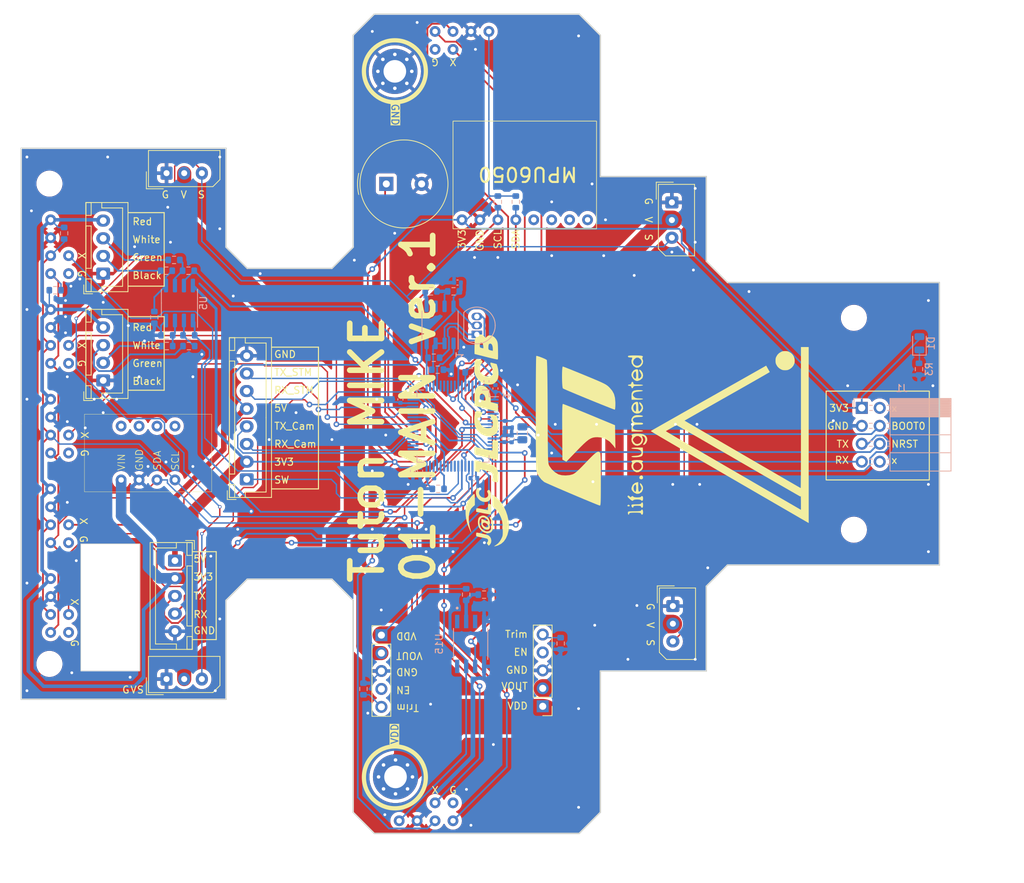
<source format=kicad_pcb>
(kicad_pcb (version 20221018) (generator pcbnew)
  (layers (0 "F.Cu" signal) (31 "B.Cu" signal) (34 "B.Paste" user) (35 "F.Paste" user) (36 "B.SilkS" user "B.Silkscreen") (37 "F.SilkS" user "F.Silkscreen") (38 "B.Mask" user) (39 "F.Mask" user) (44 "Edge.Cuts" user))
  (net 0 "")
  (net 1 "buzzer")
  (net 2 "GND")
  (net 3 "NRST")
  (net 4 "Net-(U1-VCAP_1)")
  (net 5 "+3V3")
  (net 6 "Net-(U1-VDDA)")
  (net 7 "+5V")
  (net 8 "Net-(D1-K)")
  (net 9 "ToF_WS2812B")
  (net 10 "VDD")
  (net 11 "BOOT0")
  (net 12 "UART1_TX")
  (net 13 "UART1_RX")
  (net 14 "UART2_RX")
  (net 15 "UART2_TX")
  (net 16 "STS_SIG")
  (net 17 "Net-(J3-Pin_2)")
  (net 18 "Net-(J5-Pin_2)")
  (net 19 "Net-(J7-Pin_2)")
  (net 20 "Net-(J7-Pin_3)")
  (net 21 "Net-(J8-Pin_2)")
  (net 22 "Net-(J8-Pin_3)")
  (net 23 "LoPSwitch")
  (net 24 "OpenMV->MAIN")
  (net 25 "MAIN->OpenMV")
  (net 26 "PWR->MAIN")
  (net 27 "MAIN->PWR")
  (net 28 "Net-(Q1-E)")
  (net 29 "Net-(Q1-B)")
  (net 30 "Net-(U1-PB2)")
  (net 31 "UART3_TX")
  (net 32 "Net-(U4-B)")
  (net 33 "Net-(U5B-+)")
  (net 34 "Net-(U5B--)")
  (net 35 "Net-(U5A-+)")
  (net 36 "Net-(U5A--)")
  (net 37 "LOADCEL_R")
  (net 38 "LOADCEL_L")
  (net 39 "I2C1_SCL")
  (net 40 "I2C1_SDA")
  (net 41 "I2C2_SCL")
  (net 42 "I2C2_SDA")
  (net 43 "Net-(U15-IN)")
  (net 44 "Net-(U3-Trim)")
  (net 45 "Net-(U2-Trim)")
  (net 53 "XSHUT1")
  (net 54 "XSHUT2")
  (net 55 "XSHUT3")
  (net 65 "XSHUT4")
  (net 67 "XSHUT5")
  (net 68 "XSHUT6")
  (net 69 "XSHUT7")
  (net 70 "UART3_RX")
  (net 71 "UART5_TX")
  (net 72 "UART5_RX")
  (net 76 "Battery_obs")
  (footprint "logo:jlcpcb_logo_big" (layer "F.Cu") (at 108.966 102.362 90)
    (fp_text reference "G***" hide)
    (fp_text value "LOGO" hide)
  )
  (footprint "Connector_JST:JST_XH_B5B-XH-A_1x05_P2.50mm_Vertical" (layer "F.Cu") (at 64.77 119.38 -90)
    (fp_text reference "J2" hide)
    (fp_text value "toLINE")
  )
  (footprint "Connector_JST:JST_XH_B4B-XH-A_1x04_P2.50mm_Vertical" (layer "F.Cu") (at 54.61 78.74 90)
    (fp_text reference "J7" hide)
    (fp_text value "LOADCELL_R")
  )
  (footprint "tuton:vl53l0x_vertical" (layer "F.Cu") (at 47.173 101.6 -90)
    (fp_text reference "U10" hide)
    (fp_text value "~" hide)
  )
  (footprint "Akiduki:MPU6050" (layer "F.Cu") (at 114.3 64.77 90)
    (fp_text reference "U14" hide)
    (fp_text value "~")
  )
  (footprint "Connector_Molex:Molex_SPOX_5267-03A_1x03_P2.50mm_Vertical" (layer "F.Cu") (at 63.58 136.144)
    (fp_text reference "J6" hide)
    (fp_text value "STS3032")
  )
  (footprint "tuton:vl53l0x_vertical" (layer "F.Cu") (at 104.14 44.45 180)
    (fp_text reference "U6" hide)
    (fp_text value "~")
  )
  (footprint "tuton:vl53l0x_vertical" (layer "F.Cu") (at 47.173 76.2 -90)
    (fp_text reference "U8" hide)
    (fp_text value "~" hide)
  )
  (footprint "MountingHole:MountingHole_3.2mm_M3" (layer "F.Cu") (at 47 66)
    (fp_text reference "REF**" hide)
    (fp_text value "MountingHole_3.2mm_M3" hide)
  )
  (footprint "tuton:vl53l0x_vertical" (layer "F.Cu") (at 101.6 156.21)
    (fp_text reference "U7" hide)
    (fp_text value "~")
  )
  (footprint "Connector_Molex:Molex_SPOX_5267-03A_1x03_P2.50mm_Vertical" (layer "F.Cu") (at 135.27 125.81 -90)
    (fp_text reference "J3" hide)
    (fp_text value "STS3032" hide)
  )
  (footprint "tuton:vl53l0x_vertical" (layer "F.Cu") (at 47.173 88.9 -90)
    (fp_text reference "U9" hide)
    (fp_text value "~" hide)
  )
  (footprint "Akiduki:BNO055" (layer "F.Cu") (at 60.96 104.14 90)
    (fp_text reference "U13" hide)
    (fp_text value "~")
  )
  (footprint "Connector_JST:JST_XH_B4B-XH-A_1x04_P2.50mm_Vertical" (layer "F.Cu") (at 54.61 93.86 90)
    (fp_text reference "J8" hide)
    (fp_text value "LOADCELL_L")
  )
  (footprint "logo:tuton_logo_big" (layer "F.Cu") (at 143.256 101.6 90)
    (fp_text reference "G***" hide)
    (fp_text value "LOGO" hide)
  )
  (footprint "logo:st_logo_big" (layer "F.Cu") (at 123.698 101.6 90)
    (fp_text reference "G***" hide)
    (fp_text value "LOGO" hide)
  )
  (footprint "MountingHole:MountingHole_3.2mm_M3" (layer "F.Cu") (at 47 134)
    (fp_text reference "REF**" hide)
    (fp_text value "MountingHole_3.2mm_M3" hide)
  )
  (footprint "Buzzer_Beeper:Buzzer_TDK_PS1240P02BT_D12.2mm_H6.5mm" (layer "F.Cu") (at 94.695 66.04)
    (fp_text reference "BZ1" hide)
    (fp_text value "Buzzer")
  )
  (footprint "Connector_Molex:Molex_SPOX_5267-03A_1x03_P2.50mm_Vertical" (layer "F.Cu") (at 135.128 68.66 -90)
    (fp_text reference "J4" hide)
    (fp_text value "STS3032" hide)
  )
  (footprint "Connector_Molex:Molex_SPOX_5267-03A_1x03_P2.50mm_Vertical" (layer "F.Cu") (at 63.58 64.516)
    (fp_text reference "J5" hide)
    (fp_text value "STS3032" hide)
  )
  (footprint "MountingHole:MountingHole_3.2mm_M3" (layer "F.Cu") (at 160.9 85)
    (fp_text reference "REF**" hide)
    (fp_text value "MountingHole_3.2mm_M3" hide)
  )
  (footprint "MountingHole:MountingHole_3.2mm_M3" (layer "F.Cu") (at 160.9 115)
    (fp_text reference "REF**" hide)
    (fp_text value "MountingHole_3.2mm_M3" hide)
  )
  (footprint "tuton:vl53l0x_vertical" (layer "F.Cu") (at 47.173 114.3 -90)
    (fp_text reference "U11" hide)
    (fp_text value "~" hide)
  )
  (footprint "Connector_PinHeader_2.54mm:PinHeader_1x05_P2.54mm_Vertical" (layer "F.Cu") (at 116.84 140 180)
    (fp_text reference "U2" hide)
    (fp_text value "~")
  )
  (footprint "tuton:vl53l0x_vertical" (layer "F.Cu") (at 47.173 127 -90)
    (fp_text reference "U12" hide)
    (fp_text value "~" hide)
  )
  (footprint "MountingHole:MountingHole_3.2mm_M3_Pad_Via" (layer "F.Cu") (at 95.902944 50.102944)
    (fp_text reference "H2" hide)
    (fp_text value "ToMainGND")
  )
  (footprint "Connector_JST:JST_XH_B8B-XH-A_1x08_P2.50mm_Vertical" (layer "F.Cu") (at 74.93 107.87 90)
    (fp_text reference "J9" hide)
    (fp_text value "MAIN Conn")
  )
  (footprint "Connector_PinHeader_2.54mm:PinHeader_1x05_P2.54mm_Vertical" (layer "F.Cu") (at 94 129.925)
    (fp_text reference "U3" hide)
    (fp_text value "~")
  )
  (footprint "MountingHole:MountingHole_3.2mm_M3_Pad_Via" (layer "F.Cu") (at 96 150)
    (fp_text reference "H1" hide)
    (fp_text value "ToMainVDD")
  )
  (footprint "Resistor_SMD:R_0603_1608Metric" (layer "B.Cu") (at 61.849 84.932 -90)
    (fp_text reference "R12" hide)
    (fp_text value "1M" hide)
  )
  (footprint "Capacitor_SMD:C_0402_1005Metric" (layer "B.Cu") (at 112.435 102.14 -90)
    (fp_text reference "C10" hide)
    (fp_text value "1u" hide)
  )
  (footprint "Resistor_SMD:R_0603_1608Metric" (layer "B.Cu") (at 101.9615 92.3395)
    (fp_text reference "R5" hide)
    (fp_text value "20k" hide)
  )
  (footprint "Resistor_SMD:R_0603_1608Metric" (layer "B.Cu") (at 110.49 68.58 90)
    (fp_text reference "R18" hide)
    (fp_text value "10k" hide)
  )
  (footprint "Resistor_SMD:R_0603_1608Metric" (layer "B.Cu") (at 66.738 87.472 180)
    (fp_text reference "R15" hide)
    (fp_text value "1M" hide)
  )
  (footprint "Package_QFP:LQFP-64_10x10mm_P0.5mm" (layer "B.Cu") (at 104.14 100.33 180)
    (fp_text reference "U1" hide)
    (fp_text value "STM32F446RETx" hide)
  )
  (footprint "Capacitor_SMD:C_0402_1005Metric" (layer "B.Cu") (at 96.687 96.552 90)
    (fp_text reference "C6" hide)
    (fp_text value "100n" hide)
  )
  (footprint "Resistor_SMD:R_0603_1608Metric" (layer "B.Cu") (at 108.54 124.19)
    (fp_text reference "R23" hide)
    (fp_text value "1.5k" hide)
  )
  (footprint "Resistor_SMD:R_0603_1608Metric" (layer "B.Cu") (at 101.0365 81.2525)
    (fp_text reference "R7" hide)
    (fp_text value "2.2k" hide)
  )
  (footprint "Capacitor_SMD:C_0402_1005Metric" (layer "B.Cu") (at 110.149 95 -90)
    (fp_text reference "C3" hide)
    (fp_text value "100n" hide)
  )
  (footprint "LED_SMD:LED_0805_2012Metric" (layer "B.Cu") (at 170.18 88.598431 90)
    (fp_text reference "D1")
    (fp_text value "LED_GREEN")
  )
  (footprint "Resistor_SMD:R_0603_1608Metric" (layer "B.Cu") (at 101.4175 90.6505 180)
    (fp_text reference "R4" hide)
    (fp_text value "7.5k" hide)
  )
  (footprint "Resistor_SMD:R_0603_1608Metric" (layer "B.Cu") (at 119.38 131.11 -90)
    (fp_text reference "R22" hide)
    (fp_text value "2.2k" hide)
  )
  (footprint "Resistor_SMD:R_0603_1608Metric" (layer "B.Cu") (at 66.738 88.996 180)
    (fp_text reference "R11" hide)
    (fp_text value "330" hide)
  )
  (footprint "Resistor_SMD:R_0603_1608Metric" (layer "B.Cu") (at 106 124.19 -90)
    (fp_text reference "R20" hide)
    (fp_text value "10k" hide)
  )
  (footprint "Resistor_SMD:R_0603_1608Metric" (layer "B.Cu") (at 66.675 78.328 180)
    (fp_text reference "R13" hide)
    (fp_text value "1M" hide)
  )
  (footprint "Resistor_SMD:R_0603_1608Metric" (layer "B.Cu") (at 104.2115 81.2525 180)
    (fp_text reference "R6" hide)
    (fp_text value "2.2k" hide)
  )
  (footprint "Capacitor_SMD:C_0402_1005Metric" (layer "B.Cu") (at 108.879 93.984 -90)
    (fp_text reference "C8" hide)
    (fp_text value "100n" hide)
  )
  (footprint "Resistor_SMD:R_0805_2012Metric" (layer "B.Cu") (at 113.959 101.35 -90)
    (fp_text reference "FB1" hide)
    (fp_text value "FerriteBead" hide)
  )
  (footprint "Package_SO:SOP-8_3.9x4.9mm_P1.27mm" (layer "B.Cu") (at 102.3065 85.9935 90)
    (fp_text reference "U4" hide)
    (fp_text value "MAX485ESA" hide)
  )
  (footprint "Package_TO_SOT_THT:TO-92_Inline" (layer "B.Cu") (at 107.5135 87.3485 90)
    (fp_text reference "Q1" hide)
    (fp_text value "2SA1015" hide)
  )
  (footprint "Resistor_SMD:R_0603_1608Metric" (layer "B.Cu") (at 170.115 92.265 90)
    (fp_text reference "R3")
    (fp_text value "470")
  )
  (footprint "Resistor_SMD:R_0603_1608Metric" (layer "B.Cu") (at 113.03 68.58 -90)
    (fp_text reference "R19" hide)
    (fp_text value "10k" hide)
  )
  (footprint "Capacitor_SMD:C_0402_1005Metric" (layer "B.Cu") (at 104.775 80.01 180)
    (fp_text reference "C11" hide)
    (fp_text value "100n" hide)
  )
  (footprint "Resistor_SMD:R_0603_1608Metric" (layer "B.Cu") (at 63.564 78.328)
    (fp_text reference "R8" hide)
    (fp_text value "330" hide)
  )
  (footprint "Akiduki:M51957B" (layer "B.Cu") (at 106.635 131.175 -90)
    (fp_text reference "U15")
    (fp_text value "~")
  )
  (footprint "Resistor_SMD:R_0603_1608Metric" (layer "B.Cu") (at 47.808 81.09)
    (fp_text reference "R17" hide)
    (fp_text value "10k" hide)
  )
  (footprint "Capacitor_SMD:C_0402_1005Metric" (layer "B.Cu") (at 111.419 102.112 -90)
    (fp_text reference "C9" hide)
    (fp_text value "100n" hide)
  )
  (footprint "Capacitor_SMD:C_0402_1005Metric" (layer "B.Cu") (at 98.465 106.684 -90)
    (fp_text reference "C7" hide)
    (fp_text value "4.7u" hide)
  )
  (footprint "Resistor_SMD:R_0603_1608Metric" (layer "B.Cu") (at 106.68 92.71)
    (fp_text reference "R1" hide)
    (fp_text value "10k" hide)
  )
  (footprint "Capacitor_SMD:C_0402_1005Metric" (layer "B.Cu") (at 99.481 106.684 90)
    (fp_text reference "C5" hide)
    (fp_text value "100n" hide)
  )
  (footprint "Resistor_SMD:R_0603_1608Metric" (layer "B.Cu") (at 63.627 88.996)
    (fp_text reference "R10" hide)
    (fp_text value "330" hide)
  )
  (footprint "Capacitor_SMD:C_0402_1005Metric" (layer "B.Cu") (at 107.101 107.7 180)
    (fp_text reference "C4" hide)
    (fp_text value "100n" hide)
  )
  (footprint "Resistor_SMD:R_0603_1608Metric" (layer "B.Cu") (at 49.078 73.025 90)
    (fp_text reference "R16" hide)
    (fp_text value "10k" hide)
  )
  (footprint "Connector_PinSocket_2.54mm:PinSocket_2x04_P2.54mm_Horizontal" (layer "B.Cu") (at 162.015 97.75 180)
    (fp_text reference "J1")
    (fp_text value "WRITER CONN")
  )
  (footprint "Package_SO:SOIC-8_3.9x4.9mm_P1.27mm" (layer "B.Cu") (at 65.405 82.9 90)
    (fp_text reference "U5")
    (fp_text value "LM358")
  )
  (footprint "Resistor_SMD:R_0603_1608Metric" (layer "B.Cu") (at 91.46 137.545 90)
    (fp_text reference "R21" hide)
    (fp_text value "2.2k" hide)
  )
  (footprint "Capacitor_SMD:C_0402_1005Metric" (layer "B.Cu") (at 111.506 100.076 90)
    (fp_text reference "C1" hide)
    (fp_text value "100n" hide)
  )
  (footprint "Resistor_SMD:R_0603_1608Metric" (layer "B.Cu") (at 102.045 109.22 180)
    (fp_text reference "R2" hide)
    (fp_text value "10k" hide)
  )
  (footprint "Resistor_SMD:R_0603_1608Metric" (layer "B.Cu") (at 63.627 87.472 180)
    (fp_text reference "R14" hide)
    (fp_text value "1M" hide)
  )
  (footprint "Capacitor_SMD:C_0402_1005Metric" (layer "B.Cu") (at 101.005 107.7 180)
    (fp_text reference "C2" hide)
    (fp_text value "4.7u" hide)
  )
  (footprint "Resistor_SMD:R_0603_1608Metric" (layer "B.Cu") (at 64.643 76.804 180)
    (fp_text reference "R9" hide)
    (fp_text value "330" hide)
  )
  (gr_line (start 78.486 89.154) (end 85.09 89.154) (stroke (width 0.15)) (layer "F.SilkS"))
  (gr_line (start 85.09 89.154) (end 85.09 109.22) (stroke (width 0.15)) (layer "F.SilkS"))
  (gr_line (start 58.166 84.836) (end 63.246 84.836) (stroke (width 0.15)) (layer "F.SilkS"))
  (gr_line (start 70.612 130.556) (end 67.31 130.556) (stroke (width 0.15)) (layer "F.SilkS"))
  (gr_line (start 63.246 84.836) (end 63.246 95.25) (stroke (width 0.15)) (layer "F.SilkS"))
  (gr_rect (start 156.972 95.377) (end 171.577 107.95) (stroke (width 0.15)) (fill none) (layer "F.SilkS"))
  (gr_line (start 63.246 70.104) (end 63.246 80.518) (stroke (width 0.15)) (layer "F.SilkS"))
  (gr_line (start 70.612 118.11) (end 70.612 130.556) (stroke (width 0.15)) (layer "F.SilkS"))
  (gr_line (start 85.09 109.22) (end 78.486 109.22) (stroke (width 0.15)) (layer "F.SilkS"))
  (gr_line (start 63.246 95.25) (end 58.166 95.25) (stroke (width 0.15)) (layer "F.SilkS"))
  (gr_circle (center 95.9104 50.0888) (end 95.9104 54.47352) (stroke (width 0.6)) (fill none) (layer "F.SilkS"))
  (gr_line (start 58.166 70.104) (end 63.246 70.104) (stroke (width 0.15)) (layer "F.SilkS"))
  (gr_circle (center 95.9104 150.0632) (end 95.9104 145.67848) (stroke (width 0.6)) (fill none) (layer "F.SilkS"))
  (gr_line (start 63.246 80.518) (end 58.166 80.518) (stroke (width 0.15)) (layer "F.SilkS"))
  (gr_line (start 67.31 118.11) (end 70.612 118.11) (stroke (width 0.15)) (layer "F.SilkS"))
  (gr_line (start 140 77) (end 140 64.999999) (stroke (width 0.2)) (layer "Edge.Cuts"))
  (gr_line (start 42.999999 100.000423) (end 42.999999 138.999999) (stroke (width 0.2)) (layer "Edge.Cuts"))
  (gr_line (start 90 75) (end 87 78) (stroke (width 0.2)) (layer "Edge.Cuts"))
  (gr_line (start 87 78) (end 75 78) (stroke (width 0.2)) (layer "Edge.Cuts"))
  (gr_line (start 140 64.999999) (end 125 64.999999) (stroke (width 0.2)) (layer "Edge.Cuts"))
  (gr_rect (start 51.435 117) (end 59.8 135) (stroke (width 0.1)) (fill none) (layer "Edge.Cuts"))
  (gr_line (start 125 64.999999) (end 125 44.999999) (stroke (width 0.2)) (layer "Edge.Cuts"))
  (gr_line (start 44.146824 61.000001) (end 42.999999 61.000001) (stroke (width 0.2)) (layer "Edge.Cuts"))
  (gr_line (start 140 122.999999) (end 143 119.999999) (stroke (width 0.2)) (layer "Edge.Cuts"))
  (gr_line (start 90 155.000001) (end 93 158.000001) (stroke (width 0.2)) (layer "Edge.Cuts"))
  (gr_line (start 143 119.999999) (end 173.000001 120) (stroke (width 0.2)) (layer "Edge.Cuts"))
  (gr_line (start 143 80) (end 140 77) (stroke (width 0.2)) (layer "Edge.Cuts"))
  (gr_line (start 93 158.000001) (end 122 158.000001) (stroke (width 0.2)) (layer "Edge.Cuts"))
  (gr_line (start 122 41.999999) (end 93 41.999999) (stroke (width 0.2)) (layer "Edge.Cuts"))
  (gr_line (start 72 61.000001) (end 45.853176 61.000001) (stroke (width 0.2)) (layer "Edge.Cuts"))
  (gr_line (start 122 158.000001) (end 125 155.000001) (stroke (width 0.2)) (layer "Edge.Cuts"))
  (gr_line (start 72 125) (end 75 122) (stroke (width 0.2)) (layer "Edge.Cuts"))
  (gr_line (start 72 138.999999) (end 72 125) (stroke (width 0.2)) (layer "Edge.Cuts"))
  (gr_line (start 93 41.999999) (end 90 44.999999) (stroke (width 0.2)) (layer "Edge.Cuts"))
  (gr_line (start 75 122) (end 87 122) (stroke (width 0.2)) (layer "Edge.Cuts"))
  (gr_line (start 72 75) (end 72 61.000001) (stroke (width 0.2)) (layer "Edge.Cuts"))
  (gr_line (start 140 135) (end 140 122.999999) (stroke (width 0.2)) (layer "Edge.Cuts"))
  (gr_line (start 125 135.000001) (end 140 135) (stroke (width 0.2)) (layer "Edge.Cuts"))
  (gr_line (start 42.999999 61.000001) (end 42.999999 100.000423) (stroke (width 0.2)) (layer "Edge.Cuts"))
  (gr_line (start 173.000001 80) (end 143 80) (stroke (width 0.2)) (layer "Edge.Cuts"))
  (gr_line (start 75 78) (end 72 75) (stroke (width 0.2)) (layer "Edge.Cuts"))
  (gr_line (start 42.999999 138.999999) (end 44.146824 138.999999) (stroke (width 0.2)) (layer "Edge.Cuts"))
  (gr_line (start 90 125) (end 90 155.000001) (stroke (width 0.2)) (layer "Edge.Cuts"))
  (gr_line (start 173.000001 120) (end 173.000001 80) (stroke (width 0.2)) (layer "Edge.Cuts"))
  (gr_line (start 45.853176 138.999999) (end 72 138.999999) (stroke (width 0.2)) (layer "Edge.Cuts"))
  (gr_line (start 45.853176 138.999999) (end 44.146824 138.999999) (stroke (width 0.2)) (layer "Edge.Cuts"))
  (gr_line (start 45.853176 61.000001) (end 44.146824 61.000001) (stroke (width 0.2)) (layer "Edge.Cuts"))
  (gr_line (start 125 44.999999) (end 122 41.999999) (stroke (width 0.2)) (layer "Edge.Cuts"))
  (gr_line (start 90 44.999999) (end 90 75) (stroke (width 0.2)) (layer "Edge.Cuts"))
  (gr_line (start 87 122) (end 90 125) (stroke (width 0.2)) (layer "Edge.Cuts"))
  (gr_line (start 125 155.000001) (end 125 135.000001) (stroke (width 0.2)) (layer "Edge.Cuts"))
  (gr_text "1" (at 111.76 96.52 -90) (layer "B.SilkS") (effects (font (size 1 1)) (justify left mirror)))
  (gr_text "1" (at 105.029 90.805 -90) (layer "B.SilkS") (effects (font (size 1 1)) (justify left mirror)))
  (gr_text "X" (at 50.546 125.222 -90) (layer "F.SilkS") (effects (font (size 1 1))))
  (gr_text "Green" (at 58.674 91.44) (layer "F.SilkS") (effects (font (size 1 1)) (justify left)))
  (gr_text "GND" (at 160.274 100.33) (layer "F.SilkS") (effects (font (size 1 1)) (justify right)))
  (gr_text "Trim" (at 114.808 129.794) (layer "F.SilkS") (effects (font (size 1 1)) (justify right)))
  (gr_text "V" (at 59.436 137.668) (layer "F.SilkS") (effects (font (size 1 1)) (justify right)))
  (gr_text "x" (at 166.116 97.79) (layer "F.SilkS") (effects (font (size 1 1)) (justify left)))
  (gr_text "G" (at 101.6 48.768 180) (layer "F.SilkS") (effects (font (size 1 1))))
  (gr_text "BOOT0" (at 166.116 100.33) (layer "F.SilkS") (effects (font (size 1 1)) (justify left)))
  (gr_text "NRST" (at 166.116 102.87) (layer "F.SilkS") (effects (font (size 1 1)) (justify left)))
  (gr_text "Black" (at 58.674 93.98) (layer "F.SilkS") (effects (font (size 1 1)) (justify left)))
  (gr_text "TX_STM" (at 78.74 92.71) (layer "F.SilkS") (effects (font (size 1 1)) (justify left)))
  (gr_text "G" (at 51.562 91.44 -90) (layer "F.SilkS") (effects (font (size 1 1))))
  (gr_text "Green" (at 58.674 76.454) (layer "F.SilkS") (effects (font (size 1 1)) (justify left)))
  (gr_text "3V3" (at 105.41 72.39 90) (layer "F.SilkS") (effects (font (size 1 1)) (justify right)))
  (gr_text "G" (at 51.96 104.14 -90) (layer "F.SilkS") (effects (font (size 1 1))))
  (gr_text "S" (at 69.088 67.564) (layer "F.SilkS") (effects (font (size 1 1)) (justify right)))
  (gr_text "GND" (at 96.012 135.128 180) (layer "F.SilkS") (effects (font (size 1 1)) (justify right)))
  (gr_text "S" (at 131.826 74.168 -90) (layer "F.SilkS") (effects (font (size 1 1)) (justify right)))
  (gr_text "RX_Cam" (at 78.74 102.87) (layer "F.SilkS") (effects (font (size 1 1)) (justify left)))
  (gr_text "VDD" (at 114.808 139.954) (layer "F.SilkS") (effects (font (size 1 1)) (justify right)))
  (gr_text "GND" (at 107.95 72.39 90) (layer "F.SilkS") (effects (font (size 1 1)) (justify right)))
  (gr_text "VOUT" (at 96.012 132.842 180) (layer "F.SilkS") (effects (font (size 1 1)) (justify right)))
  (gr_text "EN" (at 96.012 137.668 180) (layer "F.SilkS") (effects (font (size 1 1)) (justify right)))
  (gr_text "S" (at 60.452 137.668) (layer "F.SilkS") (effects (font (size 1 1)) (justify right)))
  (gr_text "5V" (at 78.74 97.79) (layer "F.SilkS") (effects (font (size 1 1)) (justify left)))
  (gr_text "G" (at 50.546 131.064 -90) (layer "F.SilkS") (effects (font (size 1 1))))
  (gr_text "5V" (at 67.31 119.126) (layer "F.SilkS") (effects (font (size 1 1)) (justify left)))
  (gr_text "X" (at 101.6 151.892) (layer "F.SilkS") (effects (font (size 1 1))))
  (gr_text "RX" (at 160.274 105.156) (layer "F.SilkS") (effects (font (size 1 1)) (justify right)))
  (gr_text "SDA" (at 113.03 72.39 90) (layer "F.SilkS") (effects (font (size 1 1)) (justify right)))
  (gr_text "VOUT" (at 114.808 137.16) (layer "F.SilkS") (effects (font (size 1 1)) (justify right)))
  (gr_text "TX" (at 67.31 124.38) (layer "F.SilkS") (effects (font (size 1 1)) (justify left)))
  (gr_text "V" (at 132.08 129.032 -90) (layer "F.SilkS") (effects (font (size 1 1)) (justify right)))
  (gr_text "EN" (at 114.808 132.334) (layer "F.SilkS") (effects (font (size 1 1)) (justify right)))
  (gr_text "GND" (at 95.3516 54.61 270) (layer "F.SilkS" knockout) (effects (font (size 1 1)) (justify left bottom)))
  (gr_text "G" (at 64.008 67.564) (layer "F.SilkS") (effects (font (size 1 1)) (justify right)))
  (gr_text "GND" (at 114.808 134.874) (layer "F.SilkS") (effects (font (size 1 1)) (justify right)))
  (gr_text "X" (at 51.816 113.792 -90) (layer "F.SilkS") (effects (font (size 1 1))))
  (gr_text "G" (at 58.42 137.668) (layer "F.SilkS") (effects (font (size 1 1)) (justify right)))
  (gr_text "x" (at 166.116 105.156) (layer "F.SilkS") (effects (font (size 1 1)) (justify left)))
  (gr_text "Black" (at 58.674 78.994) (layer "F.SilkS") (effects (font (size 1 1)) (justify left)))
  (gr_text "Red" (at 58.674 86.36) (layer "F.SilkS") (effects (font (size 1 1)) (justify left)))
  (gr_text "SW" (at 78.74 107.95) (layer "F.SilkS") (effects (font (size 1 1)) (justify left)))
  (gr_text "3V3" (at 78.74 105.41) (layer "F.SilkS") (effects (font (size 1 1)) (justify left)))
  (gr_text "X" (at 51.96 101.6 -90) (layer "F.SilkS") (effects (font (size 1 1))))
  (gr_text "White" (at 58.674 73.914) (layer "F.SilkS") (effects (font (size 1 1)) (justify left)))
  (gr_text "GND" (at 67.31 129.286) (layer "F.SilkS") (effects (font (size 1 1)) (justify left)))
  (gr_text "TX" (at 160.274 102.87) (layer "F.SilkS") (effects (font (size 1 1)) (justify right)))
  (gr_text "RX" (at 67.31 127) (layer "F.SilkS") (effects (font (size 1 1)) (justify left)))
  (gr_text "White" (at 58.674 88.9) (layer "F.SilkS") (effects (font (size 1 1)) (justify left)))
  (gr_text "X" (at 104.14 48.768 180) (layer "F.SilkS") (effects (font (size 1 1))))
  (gr_text "Red" (at 58.674 71.374) (layer "F.SilkS") (effects (font (size 1 1)) (justify left)))
  (gr_text "VDD" (at 96.4692 145.4404 90) (layer "F.SilkS" knockout) (effects (font (size 1 1)) (justify left bottom)))
  (gr_text "S" (at 132.08 131.572 -90) (layer "F.SilkS") (effects (font (size 1 1)) (justify right)))
  (gr_text "3V3" (at 67.31 121.666) (layer "F.SilkS") (effects (font (size 1 1)) (justify left)))
  (gr_text "V" (at 66.548 67.564) (layer "F.SilkS") (effects (font (size 1 1)) (justify right)))
  (gr_text "VDD" (at 96.012 130.048 180) (layer "F.SilkS") (effects (font (size 1 1)) (justify right)))
  (gr_text "G" (at 132.08 126.492 -90) (layer "F.SilkS") (effects (font (size 1 1)) (justify right)))
  (gr_text "G" (at 51.816 116.332 -90) (layer "F.SilkS") (effects (font (size 1 1))))
  (gr_text "Tuton MIKE\n01-MAIN ver.1" (at 101.854 122.936 90) (layer "F.SilkS") (effects (font (size 4.5 4.5) (thickness 0.8)) (justify left bottom)))
  (gr_text "X" (at 51.562 76.2 -90) (layer "F.SilkS") (effects (font (size 1 1))))
  (gr_text "TX_Cam" (at 78.74 100.33) (layer "F.SilkS") (effects (font (size 1 1)) (justify left)))
  (gr_text "X" (at 51.562 88.9 -90) (layer "F.SilkS") (effects (font (size 1 1))))
  (gr_text "G" (at 51.562 78.74 -90) (layer "F.SilkS") (effects (font (size 1 1))))
  (gr_text "3V3" (at 160.274 97.79) (layer "F.SilkS") (effects (font (size 1 1)) (justify right)))
  (gr_text "V" (at 131.826 71.628 -90) (layer "F.SilkS") (effects (font (size 1 1)) (justify right)))
  (gr_text "G" (at 104.14 151.892) (layer "F.SilkS") (effects (font (size 1 1))))
  (gr_text "G" (at 131.826 69.088 -90) (layer "F.SilkS") (effects (font (size 1 1)) (justify right)))
  (gr_text "Trim" (at 96.012 140.208 180) (layer "F.SilkS") (effects (font (size 1 1)) (justify right)))
  (gr_text "GND" (at 78.74 90.17) (layer "F.SilkS") (effects (font (size 1 1)) (justify left)))
  (gr_text "SCL" (at 110.49 72.39 90) (layer "F.SilkS") (effects (font (size 1 1)) (justify right)))
  (gr_text "RX_STM" (at 78.74 95.25) (layer "F.SilkS") (effects (font (size 1 1)) (justify left)))
  (segment (start 99.06 102.87) (end 94.525 98.335) (width 0.25) (layer "F.Cu") (net 1))
  (segment (start 94.525 98.335) (end 94.525 66.21) (width 0.25) (layer "F.Cu") (net 1))
  (segment (start 94.525 66.21) (end 94.695 66.04) (width 0.25) (layer "F.Cu") (net 1))
  (segment (start 100.33 102.87) (end 99.06 102.87) (width 0.25) (layer "F.Cu") (net 1))
  (via (at 100.33 102.87) (size 0.8) (drill 0.4) (layers "F.Cu" "B.Cu") (net 1))
  (segment (start 102.89 104.026118) (end 102.89 106.005) (width 0.25) (layer "B.Cu") (net 1))
  (segment (start 101.733882 102.87) (end 102.89 104.026118) (width 0.25) (layer "B.Cu") (net 1))
  (segment (start 100.33 102.87) (end 101.733882 102.87) (width 0.25) (layer "B.Cu") (net 1))
  (segment (start 158.71 100.29) (end 157.988 99.568) (width 0.25) (layer "F.Cu") (net 2))
  (segment (start 103.886 90.932) (end 105.664 89.154) (width 0.25) (layer "F.Cu") (net 2))
  (segment (start 162.015 100.29) (end 158.71 100.29) (width 0.25) (layer "F.Cu") (net 2))
  (segment (start 110.998 93.726) (end 110.998 92.456) (width 0.25) (layer "F.Cu") (net 2))
  (segment (start 107.954299 96.769701) (end 110.998 93.726) (width 0.25) (layer "F.Cu") (net 2))
  (segment (start 103.886 92.964) (end 103.886 90.932) (width 0.25) (layer "F.Cu") (net 2))
  (via (at 171.45 82.55) (size 0.8) (drill 0.4) (layers "F.Cu" "B.Cu") (net 2))
  (via (at 124.46 100.076) (size 0.8) (drill 0.4) (layers "F.Cu" "B.Cu") (net 2))
  (via (at 56.515 96.52) (size 0.8) (drill 0.4) (layers "F.Cu" "B.Cu") (net 2))
  (via (at 138.176 78.232) (size 0.8) (drill 0.4) (layers "F.Cu" "B.Cu") (net 2))
  (via (at 64.135 74.295) (size 0.8) (drill 0.4) (layers "F.Cu" "B.Cu") (net 2))
  (via (at 71.12 62.23) (size 0.8) (drill 0.4) (layers "F.Cu" "B.Cu") (net 2))
  (via (at 160.02 94.615) (size 0.8) (drill 0.4) (layers "F.Cu" "B.Cu") (net 2))
  (via (at 110.49 76.454) (size 0.8) (drill 0.4) (layers "F.Cu" "B.Cu") (net 2))
  (via (at 58.166 86.106) (size 0.8) (drill 0.4) (layers "F.Cu" "B.Cu") (net 2))
  (via (at 113.284 94.488) (size 0.8) (drill 0.4) (layers "F.Cu" "B.Cu") (net 2))
  (via (at 128.905 133.35) (size 0.8) (drill 0.4) (layers "F.Cu" "B.Cu") (net 2))
  (via (at 118.11 76.2) (size 0.8) (drill 0.4) (layers "F.Cu" "B.Cu") (net 2))
  (via (at 171.45 108.585) (size 0.8) (drill 0.4) (layers "F.Cu" "B.Cu") (net 2))
  (via (at 49.53 111.125) (size 0.8) (drill 0.4) (layers "F.Cu" "B.Cu") (net 2))
  (via (at 92.71 106.68) (size 0.8) (drill 0.4) (layers "F.Cu" "B.Cu") (net 2))
  (via (at 53.34 96.52) (size 0.8) (drill 0.4) (layers "F.Cu" "B.Cu") (net 2))
  (via (at 96.52 114.935) (size 0.8) (drill 0.4) (layers "F.Cu" "B.Cu") (net 2))
  (via (at 43.815 122.555) (size 0.8) (drill 0.4) (layers "F.Cu" "B.Cu") (net 2))
  (via (at 100.965 139.7) (size 0.8) (drill 0.4) (layers "F.Cu" "B.Cu") (net 2))
  (via (at 60.452 88.2715) (size 0.8) (drill 0.4) (layers "F.Cu" "B.Cu") (net 2))
  (via (at 67.31 106.045) (size 0.8) (drill 0.4) (layers "F.Cu" "B.Cu") (net 2))
  (via (at 50.038 80.518) (size 0.8) (drill 0.4) (layers "F.Cu" "B.Cu") (net 2))
  (via (at 121.92 45.085) (size 0.8) (drill 0.4) (layers "F.Cu" "B.Cu") (net 2))
  (via (at 138.43 133.35) (size 0.8) (drill 0.4) (layers "F.Cu" "B.Cu") (net 2))
  (via (at 135.128 75.692) (size 0.8) (drill 0.4) (layers "F.Cu" "B.Cu") (net 2))
  (via (at 93.345 96.52) (size 0.8) (drill 0.4) (layers "F.Cu" "B.Cu") (net 2))
  (via (at 123.952 108.204) (size 0.8) (drill 0.4) (layers "F.Cu" "B.Cu") (net 2))
  (via (at 138.43 74.295) (size 0.8) (drill 0.4) (layers "F.Cu" "B.Cu") (net 2))
  (via (at 71.12 72.39) (size 0.8) (drill 0.4) (layers "F.Cu" "B.Cu") (net 2))
  (via (at 121.92 154.305) (size 0.8) (drill 0.4) (layers "F.Cu" "B.Cu") (net 2))
  (via (at 51.308 79.502) (size 0.8) (drill 0.4) (layers "F.Cu" "B.Cu") (net 2))
  (via (at 139.065 108.585) (size 0.8) (drill 0.4) (layers "F.Cu" "B.Cu") (net 2))
  (via (at 54.61 98.425) (size 0.8) (drill 0.4) (layers "F.Cu" "B.Cu") (net 2))
  (via (at 76.835 78.74) (size 0.8) (drill 0.4) (layers "F.Cu" "B.Cu") (net 2))
  (via (at 58.42 135.89) (size 0.8) (drill 0.4) (layers "F.Cu" "B.Cu") (net 2))
  (via (at 125.73 71.12) (size 0.8) (drill 0.4) (layers "F.Cu" "B.Cu") (net 2))
  (via (at 107.315 46.99) (size 0.8) (drill 0.4) (layers "F.Cu" "B.Cu") (net 2))
  (via (at 130.175 125.73) (size 0.8) (drill 0.4) (layers "F.Cu" "B.Cu") (net 2))
  (via (at 69.85 118.745) (size 0.8) (drill 0.4) (layers "F.Cu" "B.Cu") (net 2))
  (via (at 100.33 118.11) (size 0.8) (drill 0.4) (layers "F.Cu" "B.Cu") (net 2))
  (via (at 99.06 43.18) (size 0.8) (drill 0.4) (layers "F.Cu" "B.Cu") (net 2))
  (via (at 108.585 116.84) (size 0.8) (drill 0.4) (layers "F.Cu" "B.Cu") (net 2))
  (via (at 107.954299 96.769701) (size 0.8) (drill 0.4) (layers "F.Cu" "B.Cu") (net 2))
  (via (at 92.71 114.935) (size 0.8) (drill 0.4) (layers "F.Cu" "B.Cu") (net 2))
  (via (at 110.998 92.456) (size 0.8) (drill 0.4) (layers "F.Cu" "B.Cu") (net 2))
  (via (at 146.05 81.28) (size 0.8) (drill 0.4) (layers "F.Cu" "B.Cu") (net 2))
  (via (at 93.98 126.365) (size 0.8) (drill 0.4) (layers "F.Cu" "B.Cu") (net 2))
  (via (at 118.11 68.58) (size 0.8) (drill 0.4) (layers "F.Cu" "B.Cu") (net 2))
  (via (at 106.045 151.765) (size 0.8) (drill 0.4) (layers "F.Cu" "B.Cu") (net 2))
  (via (at 49.276 84.836) (size 0.8) (drill 0.4) (layers "F.Cu" "B.Cu") (net 2))
  (via (at 71.12 127.635) (size 0.8) (drill 0.4) (layers "F.Cu" "B.Cu") (net 2))
  (via (at 135.255 108.585) (size 0.8) (drill 0.4) (layers "F.Cu" "B.Cu") (net 2))
  (via (at 73.66 114.935) (size 0.8) (drill 0.4) (layers "F.Cu" "B.Cu") (net 2))
  (via (at 118.11 104.14) (size 0.8) (drill 0.4) (layers "F.Cu" "B.Cu") (net 2))
  (via (at 44.45 69.85) (size 0.8) (drill 0.4) (layers "F.Cu" "B.Cu") (net 2))
  (via (at 43.815 137.795) (size 0.8) (drill 0.4) (layers "F.Cu" "B.Cu") (net 2))
  (via (at 135.636 100.076) (size 0.8) (drill 0.4) (layers "F.Cu" "B.Cu") (net 2))
  (via (at 60.96 106.045) (size 0.8) (drill 0.4) (layers "F.Cu" "B.Cu") (net 2))
  (via (at 106.68 156.845) (size 0.8) (drill 0.4) (layers "F.Cu" "B.Cu") (net 2))
  (via (at 95.885 73.025) (size 0.8) (drill 0.4) (layers "F.Cu" "B.Cu") (net 2))
  (via (at 70.485 137.795) (size 0.8) (drill 0.4) (layers "F.Cu" "B.Cu") (net 2))
  (via (at 92.075 140.97) (size 0.8) (drill 0.4) (layers "F.Cu" "B.Cu") (net 2))
  (via (at 138.43 66.675) (size 0.8) (drill 0.4) (layers "F.Cu" "B.Cu") (net 2))
  (via (at 43.815 62.23) (size 0.8) (drill 0.4) (layers "F.Cu" "B.Cu") (net 2))
  (via (at 92.71 44.45) (size 0.8) (drill 0.4) (layers "F.Cu" "B.Cu") (net 2))
  (via (at 50.165 135.255) (size 0.8) (drill 0.4) (layers "F.Cu" "B.Cu") (net 2))
  (via (at 63.5 105.41) (size 0.8) (drill 0.4) (layers "F.Cu" "B.Cu") (net 2))
  (via (at 43.815 96.52) (size 0.8) (drill 0.4) (layers "F.Cu" "B.Cu") (net 2))
  (via (at 81.915 98.425) (size 0.8) (drill 0.4) (layers "F.Cu" "B.Cu") (net 2))
  (via (at 94.615 101.6) (size 0.8) (drill 0.4) (layers "F.Cu" "B.Cu") (net 2))
  (via (at 125.476 76.2) (size 0.8) (drill 0.4) (layers "F.Cu" "B.Cu") (net 2))
  (via (at 103.886 92.964) (size 0.8) (drill 0.4) (layers "F.Cu" "B.Cu") (net 2))
  (via (at 55.245 62.23) (size 0.8) (drill 0.4) (layers "F.Cu" "B.Cu") (net 2))
  (via (at 97.79 108.585) (size 0.8) (drill 0.4) (layers "F.Cu" "B.Cu") (net 2))
  (via (at 68.58 90.17) (size 0.8) (drill 0.4) (layers "F.Cu" "B.Cu") (net 2))
  (via (at 100.33 114.935) (size 0.8) (drill 0.4) (layers "F.Cu" "B.Cu") (net 2))
  (via (at 121.92 140.335) (size 0.8) (drill 0.4) (layers "F.Cu" "B.Cu") (net 2))
  (via (at 49.53 93.345) (size 0.8) (drill 0.4) (layers "F.Cu" "B.Cu") (net 2))
  (via (at 67.31 93.345) (size 0.8) (drill 0.4) (layers "F.Cu" "B.Cu") (net 2))
  (via (at 138.684 100.076) (size 0.8) (drill 0.4) (layers "F.Cu" "B.Cu") (net 2))
  (via (at 78.105 102.235) (size 0.8) (drill 0.4) (layers "F.Cu" "B.Cu") (net 2))
  (via (at 86.995 102.235) (size 0.8) (drill 0.4) (layers "F.Cu" "B.Cu") (net 2))
  (via (at 50.8 119.38) (size 0.8) (drill 0.4) (layers "F.Cu" "B.Cu") (net 2))
  (via (at 157.988 99.568) (size 0.8) (drill 0.4) (layers "F.Cu" "B.Cu") (net 2))
  (via (at 75.565 112.395) (size 0.8) (drill 0.4) (layers "F.Cu" "B.Cu") (net 2))
  (via (at 109.855 145.415) (size 0.8) (drill 0.4) (layers "F.Cu" "B.Cu") (net 2))
  (via (at 140.208 120.396) (size 0.8) (drill 0.4) (layers "F.Cu" "B.Cu") (net 2))
  (via (at 90.17 76.835) (size 0.8) (drill 0.4) (layers "F.Cu" "B.Cu") (net 2))
  (via (at 73.025 81.915) (size 0.8) (drill 0.4) (layers "F.Cu" "B.Cu") (net 2))
  (via (at 49.53 99.695) (size 0.8) (drill 0.4) (layers "F.Cu" "B.Cu") (net 2))
  (via (at 63.754 69.342) (size 0.8) (drill 0.4) (layers "F.Cu" "B.Cu") (net 2))
  (via (at 129.794 78.994) (size 0.8) (drill 0.4) (layers "F.Cu" "B.Cu") (net 2))
  (via (at 107.188 76.454) (size 0.8) (drill 0.4) (layers "F.Cu" "B.Cu") (net 2))
  (via (at 49.276 82.55) (size 0.8) (drill 0.4) (layers "F.Cu" "B.Cu") (net 2))
  (via (at 94.488 155.3464) (size 0.8) (drill 0.4) (layers "F.Cu" "B.Cu") (net 2))
  (via (at 49.276 87.122) (size 0.8) (drill 0.4) (layers "F.Cu" "B.Cu") (net 2))
  (via (at 124.206 128.524) (size 0.8) (drill 0.4) (layers "F.Cu" "B.Cu") (net 2))
  (via (at 113.665 137.795) (size 0.8) (drill 0.4) (layers "F.Cu" "B.Cu") (net 2))
  (via (at 52.07 100.584) (size 0.8) (drill 0.4) (layers "F.Cu" "B.Cu") (net 2))
  (via (at 129.54 100.076) (size 0.8) (drill 0.4) (layers "F.Cu" "B.Cu") (net 2))
  (via (at 171.45 118.11) (size 0.8) (drill 0.4) (layers "F.Cu" "B.Cu") (net 2))
  (via (at 105.664 89.154) (size 0.8) (drill 0.4) (layers "F.Cu" "B.Cu") (net 2))
  (via (at 59.055 74.93) (size 0.8) (drill 0.4) (layers "F.Cu" "B.Cu") (net 2))
  (via (at 107.95 109.22) (size 0.8) (drill 0.4) (layers "F.Cu" "B.Cu") (net 2))
  (via (at 43.815 83.82) (size 0.8) (drill 0.4) (layers "F.Cu" "B.Cu") (net 2))
  (via (at 118.618 100.076) (size 0.8) (drill 0.4) (layers "F.Cu" "B.Cu") (net 2))
  (via (at 104.14 118.11) (size 0.8) (drill 0.4) (layers "F.Cu" "B.Cu") (net 2))
  (via (at 172.085 94.615) (size 0.8) (drill 0.4) (layers "F.Cu" "B.Cu") (net 2))
  (via (at 123.825 66.04) (size 0.8) (drill 0.4) (layers "F.Cu" "B.Cu") (net 2))
  (via (at 54.61 82.804) (size 0.8) (drill 0.4) (layers "F.Cu" "B.Cu") (net 2))
  (via (at 59.69 93.345) (size 0.8) (drill 0.4) (layers "F.Cu" "B.Cu") (net 2))
  (segment (start 100.525 108.525) (end 101.22 109.22) (width 0.25) (layer "B.Cu") (net 2))
  (segment (start 64.89 93.86) (end 68.58 90.17) (width 0.25) (layer "B.Cu") (net 2))
  (segment (start 59.532 87.472) (end 58.166 86.106) (width 0.25) (layer "B.Cu") (net 2))
  (segment (start 107.581 108.851) (end 107.95 109.22) (width 0.25) (layer "B.Cu") (net 2))
  (segment (start 54.61 93.86) (end 54.61 94.615) (width 0.25) (layer "B.Cu") (net 2))
  (segment (start 112.435 101.66) (end 112.67 101.425) (width 0.25) (layer "B.Cu") (net 2))
  (segment (start 107.39 93.812236) (end 107.39 94.655) (width 0.25) (layer "B.Cu") (net 2))
  (segment (start 100.89 107.335) (end 100.525 107.7) (width 0.25) (layer "B.Cu") (net 2))
  (segment (start 100.4015 83.3685) (end 100.4015 81.4425) (width 0.25) (layer "B.Cu") (net 2))
  (segment (start 111.077764 101.66) (end 110.657764 102.08) (width 0.25) (layer "B.Cu") (net 2))
  (segment (start 101.22 109.22) (end 98.425 109.22) (width 0.25) (layer "B.Cu") (net 2))
  (segment (start 100.4015 81.4425) (end 100.2115 81.2525) (width 0.25) (layer "B.Cu") (net 2))
  (segment (start 111.506 101.545) (end 111.419 101.632) (width 0.2) (layer "B.Cu") (net 2))
  (segment (start 107.39 96.205402) (end 107.954299 96.769701) (width 0.25) (layer "B.Cu") (net 2))
  (segment (start 91.46 136.72) (end 92.285 136.72) (width 0.2) (layer "B.Cu") (net 2))
  (segment (start 119.38 131.935) (end 119.38 132.38) (width 0.2) (layer "B.Cu") (net 2))
  (segment (start 119.38 132.38) (end 116.84 134.92) (width 0.2) (layer "B.Cu") (net 2))
  (segment (start 110.998 92.456) (end 111.252 92.456) (width 0.25) (layer "B.Cu") (net 2))
  (segment (start 62.802 86.073) (end 63.5 85.375) (width 0.25) (layer "B.Cu") (net 2))
  (segment (start 62.802 87.472) (end 59.532 87.472) (width 0.25) (layer "B.Cu") (net 2))
  (segment (start 107.581 107.7) (end 107.581 108.851) (width 0.25) (layer "B.Cu") (net 2))
  (segment (start 112.435 101.66) (end 111.077764 101.66) (width 0.25) (layer "B.Cu") (net 2))
  (segment (start 98.425 109.22) (end 97.79 108.585) (width 0.25) (layer "B.Cu") (net 2))
  (segment (start 62.802 87.472) (end 62.802 86.71) (width 0.25) (layer "B.Cu") (net 2))
  (segment (start 109.365 124.19) (end 109.365 127.175) (width 0.5) (layer "B.Cu") (net 2))
  (segment (start 107.39 94.655) (end 107.39 96.205402) (width 0.25) (layer "B.Cu") (net 2))
  (segment (start 54.61 93.86) (end 64.89 93.86) (width 0.25) (layer "B.Cu") (net 2))
  (segment (start 109.133 93.504) (end 108.879 93.504) (width 0.25) (layer "B.Cu") (net 2))
  (segment (start 100.2115 81.2525) (end 101.454 80.01) (width 0.25) (layer "B.Cu") (net 2))
  (segment (start 108.879 93.504) (end 107.698236 93.504) (width 0.25) (layer "B.Cu") (net 2))
  (segment (start 108.54 128) (end 108.54 134.35) (width 0.5) (layer "B.Cu") (net 2))
  (segment (start 112.67 101.425) (end 114.8041 101.425) (width 0.25) (layer "B.Cu") (net 2))
  (segment (start 110.657764 102.08) (end 109.815 102.08) (width 0.25) (layer "B.Cu") (net 2))
  (segment (start 117.5191 104.14) (end 118.11 104.14) (width 0.25) (layer "B.Cu") (net 2))
  (segment (start 96.735 97.08) (end 96.687 97.032) (width 0.25) (layer "B.Cu") (net 2))
  (segment (start 98.465 107.164) (end 99.989 107.164) (width 0.25) (layer "B.Cu") (net 2))
  (segment (start 103.2615 92.3395) (end 103.886 92.964) (width 0.25) (layer "B.Cu") (net 2))
  (segment (start 106.68 90.17) (end 109.22 90.17) (width 0.25) (layer "B.Cu") (net 2))
  (segment (start 101.454 80.01) (end 104.295 80.01) (width 0.25) (layer "B.Cu") (net 2))
  (segment (start 99.989 107.164) (end 100.525 107.7) (width 0.25) (layer "B.Cu") (net 2))
  (segment (start 107.698236 93.504) (end 107.39 93.812236) (width 0.25) (layer "B.Cu") (net 2))
  (segment (start 92.285 136.72) (end 94 135.005) (width 0.2) (layer "B.Cu") (net 2))
  (segment (start 114.8041 101.425) (end 117.5191 104.14) (width 0.25) (layer "B.Cu") (net 2))
  (segment (start 100.89 106.005) (end 100.89 107.335) (width 0.25) (layer "B.Cu") (net 2))
  (segment (start 107.39 107.509) (end 107.39 106.005) (width 0.25) (layer "B.Cu") (net 2))
  (segment (start 98.465 97.08) (end 96.735 97.08) (width 0.25) (layer "B.Cu") (net 2))
  (segment (start 54.61 94.615) (end 56.515 96.52) (width 0.25) (layer "B.Cu") (net 2))
  (segment (start 111.252 92.456) (end 113.284 94.488) (width 0.25) (layer "B.Cu") (net 2))
  (segment (start 110.149 94.52) (end 109.133 93.504) (width 0.25) (layer "B.Cu") (net 2))
  (segment (start 111.506 100.556) (end 111.506 101.545) (width 0.2) (layer "B.Cu") (net 2))
  (segment (start 61.2515 87.472) (end 60.452 88.2715) (width 0.25) (layer "B.Cu") (net 2))
  (segment (start 107.39 92.825) (end 107.39 94.655) (width 0.25) (layer "B.Cu") (net 2))
  (segment (start 102.7865 92.3395) (end 103.2615 92.3395) (width 0.25) (layer "B.Cu") (net 2))
  (segment (start 107.581 107.7) (end 107.39 107.509) (width 0.25) (layer "B.Cu") (net 2))
  (segment (start 62.802 86.71) (end 61.849 85.757) (width 0.25) (layer "B.Cu") (net 2))
  (segment (start 62.802 87.472) (end 61.2515 87.472) (width 0.25) (layer "B.Cu") (net 2))
  (segment (start 62.802 87.472) (end 62.802 86.073) (width 0.25) (layer "B.Cu") (net 2))
  (segment (start 109.365 127.175) (end 108.54 128) (width 0.5) (layer "B.Cu") (net 2))
  (segment (start 107.505 92.71) (end 107.39 92.825) (width 0.25) (layer "B.Cu") (net 2))
  (segment (start 105.664 89.154) (end 106.68 90.17) (width 0.25) (layer "B.Cu") (net 2))
  (segment (start 100.525 107.7) (end 100.525 108.525) (width 0.25) (layer "B.Cu") (net 2))
  (segment (start 109.815 99.58) (end 111.49 99.58) (width 0.2) (layer "B.Cu") (net 3))
  (segment (start 164.378 102.83) (end 163.203 104.005) (width 0.25) (layer "B.Cu") (net 3))
  (segment (start 111.49 99.58) (end 111.506 99.596) (width 0.2) (layer "B.Cu") (net 3))
  (segment (start 119.969094 104.005) (end 115.024094 99.06) (width 0.25) (layer "B.Cu") (net 3))
  (segment (start 163.203 104.005) (end 119.969094 104.005) (width 0.25) (layer "B.Cu") (net 3))
  (segment (start 113.03 99.06) (end 112.494 99.596) (width 0.25) (layer "B.Cu") (net 3))
  (segment (start 115.024094 99.06) (end 113.03 99.06) (width 0.25) (layer "B.Cu") (net 3))
  (segment (start 164.555 102.83) (end 164.378 102.83) (width 0.25) (layer "B.Cu") (net 3))
  (segment (start 112.494 99.596) (end 111.506 99.596) (width 0.25) (layer "B.Cu") (net 3))
  (segment (start 101.39 107.605) (end 101.485 107.7) (width 0.25) (layer "B.Cu") (net 4))
  (segment (start 101.39 106.005) (end 101.39 107.605) (width 0.25) (layer "B.Cu") (net 4))
  (segment (start 116.205 101.6) (end 116.205 111.125) (width 0.25) (layer "F.Cu") (net 5))
  (segment (start 67.31 120.65) (end 67.31 112.390306) (width 1.6) (layer "F.Cu") (net 5))
  (segment (start 74.330306 105.37) (end 74.93 105.37) (width 1.6) (layer "F.Cu") (net 5))
  (segment (start 66.08 121.88) (end 67.31 120.65) (width 1.6) (layer "F.Cu") (net 5))
  (segment (start 113.03 97.79) (end 113.03 98.425) (width 0.25) (layer "F.Cu") (net 5))
  (segment (start 92.075 101.6) (end 95.885 105.41) (width 0.25) (layer "F.Cu") (net 5))
  (segment (start 92.71 78.105) (end 92.075 78.74) (width 0.25) (layer "F.Cu") (net 5))
  (segment (start 105.587122 111.302122) (end 105.587122 112.852878) (width 0.25) (layer "F.Cu") (net 5))
  (segment (start 92.075 78.74) (end 92.075 101.6) (width 0.25) (layer "F.Cu") (net 5))
  (segment (start 93.98 107.315) (end 95.885 105.41) (width 0.25) (layer "F.Cu") (net 5))
  (segment (start 113.03 98.425) (end 116.205 101.6) (width 0.25) (layer "F.Cu") (net 5))
  (segment (start 101.713801 99.218731) (end 100.307535 97.812465) (width 0.25) (layer "F.Cu") (net 5))
  (segment (start 100.37 105.37) (end 101.713801 104.026199) (width 0.25) (layer "F.Cu") (net 5))
  (segment (start 95.925 105.37) (end 100.37 105.37) (width 0.25) (layer "F.Cu") (net 5))
  (segment (start 105.587122 112.852878) (end 102.87 115.57) (width 0.25) (layer "F.Cu") (net 5))
  (segment (start 102.87 115.57) (end 102.87 120.65) (width 0.25) (layer "F.Cu") (net 5))
  (segment (start 95.885 105.41) (end 95.925 105.37) (width 0.25) (layer "F.Cu") (net 5))
  (segment (start 64.77 121.88) (end 66.08 121.88) (width 1.6) (layer "F.Cu") (net 5))
  (segment (start 67.31 112.390306) (end 74.330306 105.37) (width 1.6) (layer "F.Cu") (net 5))
  (segment (start 93.98 111.1895) (end 93.98 107.315) (width 0.25) (layer "F.Cu") (net 5))
  (segment (start 102.87 125.73) (end 102.87 120.65) (width 0.25) (layer "F.Cu") (net 5))
  (segment (start 101.713801 104.026199) (end 101.713801 99.218731) (width 0.25) (layer "F.Cu") (net 5))
  (segment (start 116.205 111.125) (end 113.03 114.3) (width 0.25) (layer "F.Cu") (net 5))
  (via (at 113.03 114.3) (size 0.8) (drill 0.4) (layers "F.Cu" "B.Cu") (net 5))
  (via (at 100.307535 97.812465) (size 0.8) (drill 0.4) (layers "F.Cu" "B.Cu") (net 5))
  (via (at 113.03 97.79) (size 0.8) (drill 0.4) (layers "F.Cu" "B.Cu") (net 5))
  (via (at 102.87 125.73) (size 0.8) (drill 0.4) (layers "F.Cu" "B.Cu") (net 5))
  (via (at 116.205 101.6) (size 0.8) (drill 0.4) (layers "F.Cu" "B.Cu") (net 5))
  (via (at 105.587122 111.302122) (size 0.8) (drill 0.4) (layers "F.Cu" "B.Cu") (net 5))
  (via (at 102.87 120.65) (size 0.8) (drill 0.4) (layers "F.Cu" "B.Cu") (net 5))
  (via (at 93.98 111.1895) (size 0.8) (drill 0.4) (layers "F.Cu" "B.Cu") (net 5))
  (via (at 95.885 105.41) (size 0.8) (drill 0.4) (layers "F.Cu" "B.Cu") (net 5))
  (via (at 92.71 78.105) (size 0.8) (drill 0.4) (layers "F.Cu" "B.Cu") (net 5))
  (segment (start 47.173 83.82) (end 45.961 85.032) (width 0.5) (layer "B.Cu") (net 5))
  (segment (start 99.68 106.005) (end 99.481 106.204) (width 0.25) (layer "B.Cu") (net 5))
  (segment (start 109.22 114.3) (end 102.87 120.65) (width 0.25) (layer "B.Cu") (net 5))
  (segment (start 100.307535 97.579771) (end 100.307535 97.812465) (width 0.25) (layer "B.Cu") (net 5))
  (segment (start 44 135) (end 46.16 137.16) (width 0.5) (layer "B.Cu") (net 5))
  (segment (start 46.983 83.63) (end 47.173 83.82) (width 0.2) (layer "B.Cu") (net 5))
  (segment (start 48.253 72.2) (end 47.173 71.12) (width 0.2) (layer "B.Cu") (net 5))
  (segment (start 45.961 85.032) (end 45.961 95.308) (width 0.5) (layer "B.Cu") (net 5))
  (segment (start 106.815 107.894) (end 106.621 107.7) (width 0.25) (layer "B.Cu") (net 5))
  (segment (start 62.545 121.88) (end 64.77 121.88) (width 1.5) (layer "B.Cu") (net 5))
  (segment (start 106.89 107.431) (end 106.621 107.7) (width 0.25) (layer "B.Cu") (net 5))
  (segment (start 170.210931 87.691862) (end 170.18 87.660931) (width 0.25) (layer "B.Cu") (net 5))
  (segment (start 105.587122 111.302122) (end 106.815 110.074244) (width 0.25) (layer "B.Cu") (net 5))
  (segment (start 45.961 110.432) (end 45.961 120.708) (width 0.5) (layer "B.Cu") (net 5))
  (segment (start 105.154744 111.7345) (end 94.525 111.7345) (width 0.25) (layer "B.Cu") (net 5))
  (segment (start 102.87 130.27) (end 102.87 125.73) (width 0.25) (layer "B.Cu") (net 5))
  (segment (start 70.604 83.719) (end 70.604 101.044) (width 0.4) (layer "B.Cu") (net 5))
  (segment (start 106.89 106.005) (end 106.89 107.431) (width 0.25) (layer "B.Cu") (net 5))
  (segment (start 60.325 126.325) (end 64.77 121.88) (width 0.5) (layer "B.Cu") (net 5))
  (segment (start 162.015 97.75) (end 159.8049 97.75) (width 0.25) (layer "B.Cu") (net 5))
  (segment (start 57.15 107.95) (end 57.15 113.03) (width 1.5) (layer "B.Cu") (net 5))
  (segment (start 136.1351 72.39) (end 106.68 72.39) (width 0.25) (layer "B.Cu") (net 5))
  (segment (start 99.695 71.12) (end 92.71 78.105) (width 0.25) (layer "B.Cu") (net 5))
  (segment (start 97.957 96.072) (end 96.687 96.072) (width 0.25) (layer "B.Cu") (net 5))
  (segment (start 96.679 106.204) (end 98.465 106.204) (width 0.25) (layer "B.Cu") (net 5))
  (segment (start 52.07 83.82) (end 54.61 86.36) (width 0.5) (layer "B.Cu") (net 5))
  (segment (start 106.68 72.39) (end 105.41 71.12) (width 0.25) (layer "B.Cu") (net 5))
  (segment (start 49.078 72.2) (end 48.253 72.2) (width 0.2) (layer "B.Cu") (net 5))
  (segment (start 47.173 71.12) (end 54.49 71.12) (width 0.5) (layer "B.Cu") (net 5))
  (segment (start 109.895 95.48) (end 108.879 94.464) (width 0.25) (layer "B.Cu") (net 5))
  (segment (start 105.41 71.12) (end 99.695 71.12) (width 0.25) (layer "B.Cu") (net 5))
  (segment (start 109.41 67.755) (end 109.22 67.565) (width 0.2) (layer "B.Cu") (net 5))
  (segment (start 44 125.093) (end 44 135) (width 0.5) (layer "B.Cu") (net 5))
  (segment (start 106 134.35) (end 106 133.4) (width 0.25) (layer "B.Cu") (net 5))
  (segment (start 95.845 105.37) (end 74.93 105.37) (width 0.25) (layer "B.Cu") (net 5))
  (segment (start 110.49 67.755) (end 109.41 67.755) (width 0.2) (layer "B.Cu") (net 5))
  (segment (start 109.41 67.755) (end 105.41 71.755) (width 0.2) (layer "B.Cu") (net 5))
  (segment (start 136.52 74.4651) (end 136.52 72.7749) (width 0.25) (layer "B.Cu") (net 5))
  (segment (start 106 146.73) (end 106 134.35) (width 0.25) (layer "B.Cu") (net 5))
  (segment (start 57.15 113.03) (end 60.96 116.84) (width 1.5) (layer "B.Cu") (net 5))
  (segment (start 113.03 67.755) (end 110.49 67.755) (width 0.2) (layer "B.Cu") (net 5))
  (segment (start 110.72 95.48) (end 113.03 97.79) (width 0.25) (layer "B.Cu") (net 5))
  (segment (start 159.8049 97.75) (end 136.52 74.4651) (width 0.25) (layer "B.Cu") (net 5))
  (segment (start 47.173 83.82) (end 52.07 83.82) (width 0.5) (layer "B.Cu") (net 5))
  (segment (start 47.173 71.12) (end 45.961 72.332) (width 0.5) (layer "B.Cu") (net 5))
  (segment (start 110.149 95.48) (end 110.149 96.246) (width 0.25) (layer "B.Cu") (net 5))
  (segment (start 107.89 94.655) (end 108.688 94.655) (width 0.25) (layer "B.Cu") (net 5))
  (segment (start 170.210931 87.993912) (end 170.210931 87.691862) (width 0.25) (layer "B.Cu") (net 5))
  (segment (start 106 133.4) (end 102.87 130.27) (width 0.25) (layer "B.Cu") (net 5))
  (segment (start 45.961 95.308) (end 47.173 96.52) (width 0.5) (layer "B.Cu") (net 5))
  (segment (start 95.885 105.41) (end 95.845 105.37) (width 0.25) (layer "B.Cu") (net 5))
  (segment (start 94.525 111.7345) (end 93.98 111.1895) (width 0.25) (layer "B.Cu") (net 5))
  (segment (start 105.587122 111.302122) (end 105.154744 111.7345) (width 0.25) (layer "B.Cu") (net 5))
  (segment (start 46.16 137.16) (end 59.055 137.16) (width 0.5) (layer "B.Cu") (net 5))
  (segment (start 108.688 94.655) (end 108.879 94.464) (width 0.25) (layer "B.Cu") (net 5))
  (segment (start 46.983 81.09) (end 46.983 83.63) (width 0.2) (layer "B.Cu") (net 5))
  (segment (start 100.39 106.005) (end 99.68 106.005) (width 0.25) (layer "B.Cu") (net 5))
  (segment (start 45.961 120.708) (end 47.173 121.92) (width 0.5) (layer "B.Cu") (net 5))
  (segment (start 45.961 72.332) (end 45.961 82.608) (width 0.5) (layer "B.Cu") (net 5))
  (segment (start 162.015 97.75) (end 162.015 96.189843) (width 0.25) (layer "B.Cu") (net 5))
  (segment (start 54.49 71.12) (end 54.61 71.24) (width 0.5) (layer "B.Cu") (net 5))
  (segment (start 70.604 101.044) (end 73.68 104.12) (width 0.4) (layer "B.Cu") (net 5))
  (segment (start 45.961 108.008) (end 47.173 109.22) (width 0.5) (layer "B.Cu") (net 5))
  (segment (start 47.173 96.52) (end 45.961 97.732) (width 0.5) (layer "B.Cu") (net 5))
  (segment (start 113.03 114.3) (end 109.22 114.3) (width 0.25) (layer "B.Cu") (net 5))
  (segment (start 73.555 103.995) (end 74.93 105.37) (width 0.4) (layer "B.Cu") (net 5))
  (segment (start 162.015 96.189843) (end 170.210931 87.993912) (width 0.25) (layer "B.Cu") (net 5))
  (segment (start 96.52 156.21) (end 106 146.73) (width 0.25) (layer "B.Cu") (net 5))
  (segment (start 60.325 135.89) (end 60.325 126.325) (width 0.5) (layer "B.Cu") (net 5))
  (segment (start 95.885 105.41) (end 96.679 106.204) (width 0.25) (layer "B.Cu") (net 5))
  (segment (start 110.149 95.48) (end 109.895 95.48) (width 0.25) (layer "B.Cu") (net 5))
  (segment (start 109.22 67.565) (end 109.22 44.45) (width 0.2) (layer "B.Cu") (net 5))
  (segment (start 110.149 95.48) (end 110.72 95.48) (width 0.25) (layer "B.Cu") (net 5))
  (segment (start 60.96 116.84) (end 60.96 120.295) (width 1.5) (layer "B.Cu") (net 5))
  (segment (start 98.465 96.58) (end 99.307764 96.58) (width 0.25) (layer "B.Cu") (net 5))
  (segment (start 116.205 101.6) (end 115.0425 100.4375) (width 0.25) (layer "B.Cu") (net 5))
  (segment (start 106.815 110.074244) (end 106.815 107.894) (width 0.25) (layer "B.Cu") (net 5))
  (segment (start 98.465 96.58) (end 97.957 96.072) (width 0.25) (layer "B.Cu") (net 5))
  (segment (start 45.961 82.608) (end 47.173 83.82) (width 0.5) (layer "B.Cu") (net 5))
  (segment (start 47.173 109.22) (end 45.961 110.432) (width 0.5) (layer "B.Cu") (net 5))
  (segment (start 45.961 97.732) (end 45.961 108.008) (width 0.5) (layer "B.Cu") (net 5))
  (segment (start 136.52 72.7749) (end 136.1351 72.39) (width 0.25) (layer "B.Cu") (net 5))
  (segment (start 98.465 106.204) (end 99.481 106.204) (width 0.25) (layer "B.Cu") (net 5))
  (segment (start 115.0425 100.4375) (end 113.959 100.4375) (width 0.25) (layer "B.Cu") (net 5))
  (segment (start 67.31 80.425) (end 70.604 83.719) (width 0.4) (layer "B.Cu") (net 5))
  (segment (start 60.96 120.295) (end 62.545 121.88) (width 1.5) (layer "B.Cu") (net 5))
  (segment (start 59.055 137.16) (end 60.325 135.89) (width 0.5) (layer "B.Cu") (net 5))
  (segment (start 110.149 96.246) (end 109.815 96.58) (width 0.25) (layer "B.Cu") (net 5))
  (segment (start 47.173 121.92) (end 44 125.093) (width 0.5) (layer "B.Cu") (net 5))
  (segment (start 99.307764 96.58) (end 100.307535 97.579771) (width 0.25) (layer "B.Cu") (net 5))
  (segment (start 109.815 102.58) (end 112.395 102.58) (width 0.25) (layer "B.Cu") (net 6))
  (segment (start 112.395 102.58) (end 112.435 102.62) (width 0.25) (layer "B.Cu") (net 6))
  (segment (start 112.7925 102.2625) (end 112.435 102.62) (width 0.2) (layer "B.Cu") (net 6))
  (segment (start 113.959 102.2625) (end 112.7925 102.2625) (width 0.2) (layer "B.Cu") (net 6))
  (segment (start 74.688704 97.87) (end 74.93 97.87) (width 0.8) (layer "F.Cu") (net 7))
  (segment (start 64.77 110.49) (end 71.69 103.57) (width 0.8) (layer "F.Cu") (net 7))
  (segment (start 64.77 119.38) (end 64.77 110.49) (width 0.8) (layer "F.Cu") (net 7))
  (segment (start 71.69 103.57) (end 71.69 100.868704) (width 0.8) (layer "F.Cu") (net 7))
  (segment (start 71.69 100.868704) (end 74.688704 97.87) (width 0.8) (layer "F.Cu") (net 7))
  (segment (start 105.255 81.034) (end 105.0365 81.2525) (width 0.5) (layer "B.Cu") (net 7))
  (segment (start 100.936499 87.4685) (end 100.050592 87.4685) (width 0.25) (layer "B.Cu") (net 7))
  (segment (start 106.9215 86.0785) (end 104.2115 83.3685) (width 0.25) (layer "B.Cu") (net 7))
  (segment (start 73.025 95.965) (end 74.93 97.87) (width 0.25) (layer "B.Cu") (net 7))
  (segment (start 99.106305 91.657) (end 74.356299 91.657) (width 0.25) (layer "B.Cu") (net 7))
  (segment (start 105.255 80.01) (end 105.255 81.034) (width 0.5) (layer "B.Cu") (net 7))
  (segment (start 104.2115 82.0775) (end 105.0365 81.2525) (width 0.25) (layer "B.Cu") (net 7))
  (segment (start 104.2115 83.3685) (end 104.2115 84.193499) (width 0.25) (layer "B.Cu") (net 7))
  (segment (start 107.5135 86.0785) (end 106.9215 86.0785) (width 0.25) (layer "B.Cu") (net 7))
  (segment (start 104.2115 83.3685) (end 104.2115 82.0775) (width 0.25) (layer "B.Cu") (net 7))
  (segment (start 99.695 91.068305) (end 99.106305 91.657) (width 0.25) (layer "B.Cu") (net 7))
  (segment (start 73.025 92.988299) (end 73.025 95.965) (width 0.25) (layer "B.Cu") (net 7))
  (segment (start 99.695 87.824092) (end 99.695 91.068305) (width 0.25) (layer "B.Cu") (net 7))
  (segment (start 100.050592 87.4685) (end 99.695 87.824092) (width 0.25) (layer "B.Cu") (net 7))
  (segment (start 104.2115 84.193499) (end 100.936499 87.4685) (width 0.25) (layer "B.Cu") (net 7))
  (segment (start 74.356299 91.657) (end 73.025 92.988299) (width 0.25) (layer "B.Cu") (net 7))
  (segment (start 170.18 91.375) (end 170.115 91.44) (width 0.2) (layer "B.Cu") (net 8))
  (segment (start 170.18 89.535931) (end 170.18 91.375) (width 0.2) (layer "B.Cu") (net 8))
  (segment (start 104.54 141.46) (end 116.84 141.46) (width 5) (layer "F.Cu") (net 10))
  (segment (start 97.79 132.08) (end 97.79 148.21) (width 4) (layer "F.Cu") (net 10))
  (segment (start 94 129.925) (end 95.635 129.925) (width 2.5) (layer "F.Cu") (net 10))
  (segment (start 97.79 148.21) (end 96 150) (width 2.5) (layer "F.Cu") (net 10))
  (segment (start 95.635 129.925) (end 97.79 132.08) (width 2.5) (layer "F.Cu") (net 10))
  (segment (start 96 150) (end 104.54 141.46) (width 5) (layer "F.Cu") (net 10))
  (segment (start 100.56 123.365) (end 94 129.925) (width 0.2) (layer "B.Cu") (net 10))
  (segment (start 100.56 123.365) (end 106 123.365) (width 0.2) (layer "B.Cu") (net 10))
  (segment (start 107.125 91.44) (end 105.855 92.71) (width 0.25) (layer "B.Cu") (net 11))
  (segment (start 105.855 92.71) (end 105.89 92.745) (width 0.25) (layer "B.Cu") (net 11))
  (segment (start 118.06549 101.465) (end 108.04049 91.44) (width 0.25) (layer "B.Cu") (net 11))
  (segment (start 108.04049 91.44) (end 107.125 91.44) (width 0.25) (layer "B.Cu") (net 11))
  (segment (start 105.89 92.745) (end 105.89 94.655) (width 0.25) (layer "B.Cu") (net 11))
  (segment (start 164.555 100.29) (end 163.38 101.465) (width 0.25) (layer "B.Cu") (net 11))
  (segment (start 163.38 101.465) (end 118.06549 101.465) (width 0.25) (layer "B.Cu") (net 11))
  (segment (start 165.041701 101.655) (end 165.73 102.343299) (width 0.25) (layer "B.Cu") (net 12))
  (segment (start 109.22 106.68) (end 108.365 105.825) (width 0.25) (layer "B.Cu") (net 12))
  (segment (start 165.73 102.343299) (end 165.73 103.51) (width 0.25) (layer "B.Cu") (net 12))
  (segment (start 164.068299 104.005) (end 163.19 104.883299) (width 0.25) (layer "B.Cu") (net 12))
  (segment (start 99.307764 99.58) (end 98.465 99.58) (width 0.25) (layer "B.Cu") (net 12))
  (segment (start 106.251171 103.711171) (end 103.438935 103.711171) (width 0.25) (layer "B.Cu") (net 12))
  (segment (start 108.365 105.825) (end 108.365 105.137236) (width 0.25) (layer "B.Cu") (net 12))
  (segment (start 108.132764 104.905) (end 107.445 104.905) (width 0.25) (layer "B.Cu") (net 12))
  (segment (start 108.365 105.137236) (end 108.132764 104.905) (width 0.25) (layer "B.Cu") (net 12))
  (segment (start 164.068299 101.655) (end 165.041701 101.655) (width 0.25) (layer "B.Cu") (net 12))
  (segment (start 163.19 104.883299) (end 163.19 105.856701) (width 0.25) (layer "B.Cu") (net 12))
  (segment (start 103.438935 103.711171) (end 99.307764 99.58) (width 0.25) (layer "B.Cu") (net 12))
  (segment (start 162.893299 102.83) (end 164.068299 101.655) (width 0.25) (layer "B.Cu") (net 12))
  (segment (start 165.235 104.005) (end 164.068299 104.005) (width 0.25) (layer "B.Cu") (net 12))
  (segment (start 107.445 104.905) (end 106.251171 103.711171) (width 0.25) (layer "B.Cu") (net 12))
  (segment (start 162.366701 106.68) (end 109.22 106.68) (width 0.25) (layer "B.Cu") (net 12))
  (segment (start 162.015 102.83) (end 162.893299 102.83) (width 0.25) (layer "B.Cu") (net 12))
  (segment (start 165.73 103.51) (end 165.235 104.005) (width 0.25) (layer "B.Cu") (net 12))
  (segment (start 163.19 105.856701) (end 162.366701 106.68) (width 0.25) (layer "B.Cu") (net 12))
  (segment (start 106.755236 102.363) (end 103.633 102.363) (width 0.25) (layer "B.Cu") (net 13))
  (segment (start 100.35 99.08) (end 98.465 99.08) (width 0.25) (layer "B.Cu") (net 13))
  (segment (start 162.015 105.37) (end 109.762236 105.37) (width 0.25) (layer "B.Cu") (net 13))
  (segment (start 103.633 102.363) (end 100.35 99.08) (width 0.25) (layer "B.Cu") (net 13))
  (segment (start 109.762236 105.37) (end 106.755236 102.363) (width 0.25) (layer "B.Cu") (net 13))
  (segment (start 66.124878 125.525122) (end 64.77 126.88) (width 0.25) (layer "F.Cu") (net 14))
  (segment (start 73.662439 116.842439) (end 66.124878 124.38) (width 0.25) (layer "F.Cu") (net 14))
  (segment (start 66.124878 124.38) (end 66.124878 125.525122) (width 0.25) (layer "F.Cu") (net 14))
  (via (at 73.662439 116.842439) (size 0.8) (drill 0.4) (layers "F.Cu" "B.Cu") (net 14))
  (segment (start 108.186 112.159) (end 108.821 112.159) (width 0.25) (layer "B.Cu") (net 14))
  (segment (start 109.22 111.76) (end 109.22 107.335) (width 0.25) (layer "B.Cu") (net 14))
  (segment (start 109.22 107.335) (end 107.89 106.005) (width 0.25) (layer "B.Cu") (net 14))
  (segment (start 108.821 112.159) (end 109.22 111.76) (width 0.25) (layer "B.Cu") (net 14))
  (segment (start 84.064695 115.57) (end 84.789695 116.295) (width 0.25) (layer "B.Cu") (net 14))
  (segment (start 74.934878 115.57) (end 84.064695 115.57) (width 0.25) (layer "B.Cu") (net 14))
  (segment (start 84.789695 116.295) (end 104.05 116.295) (width 0.25) (layer "B.Cu") (net 14))
  (segment (start 104.05 116.295) (end 108.186 112.159) (width 0.25) (layer "B.Cu") (net 14))
  (segment (start 73.662439 116.842439) (end 74.934878 115.57) (width 0.25) (layer "B.Cu") (net 14))
  (segment (start 66.755 126.681701) (end 65.231701 128.205) (width 0.25) (layer "F.Cu") (net 15))
  (segment (start 114.3 107.95) (end 114.3 104.14) (width 0.25) (layer "F.Cu") (net 15))
  (segment (start 74.81 116.84) (end 66.755 124.895) (width 0.25) (layer "F.Cu") (net 15))
  (segment (start 63.246 125.904) (end 64.77 124.38) (width 0.25) (layer "F.Cu") (net 15))
  (segment (start 64.308299 128.205) (end 63.246 127.142701) (width 0.25) (layer "F.Cu") (net 15))
  (segment (start 65.231701 128.205) (end 64.308299 128.205) (width 0.25) (layer "F.Cu") (net 15))
  (segment (start 63.246 127.142701) (end 63.246 125.904) (width 0.25) (layer "F.Cu") (net 15))
  (segment (start 65.22 124.83) (end 64.77 124.38) (width 0.25) (layer "F.Cu") (net 15))
  (segment (start 81.28 116.84) (end 74.81 116.84) (width 0.25) (layer "F.Cu") (net 15))
  (segment (start 66.755 124.895) (end 66.755 126.681701) (width 0.25) (layer "F.Cu") (net 15))
  (via (at 114.3 104.14) (size 0.8) (drill 0.4) (layers "F.Cu" "B.Cu") (net 15))
  (via (at 114.3 107.95) (size 0.8) (drill 0.4) (layers "F.Cu" "B.Cu") (net 15))
  (via (at 81.28 116.84) (size 0.8) (drill 0.4) (layers "F.Cu" "B.Cu") (net 15))
  (segment (start 114.3 104.14) (end 114.24 104.08) (width 0.25) (layer "B.Cu") (net 15))
  (segment (start 114.24 104.08) (end 109.815 104.08) (width 0.25) (layer "B.Cu") (net 15))
  (segment (start 105.41 116.84) (end 114.3 107.95) (width 0.25) (layer "B.Cu") (net 15))
  (segment (start 81.28 116.84) (end 105.41 116.84) (width 0.25) (layer "B.Cu") (net 15))
  (segment (start 65.435 62.835) (end 64.73 63.54) (width 0.2) (layer "F.Cu") (net 16))
  (segment (start 63.5 71.16) (end 63.5 72.39) (width 0.2) (layer "F.Cu") (net 16))
  (segment (start 64.73 63.54) (end 64.73 69.93) (width 0.2) (layer "F.Cu") (net 16))
  (segment (start 64.73 69.93) (end 63.5 71.16) (width 0.2) (layer "F.Cu") (net 16))
  (segment (start 135.27 130.85) (end 136.87 129.25) (width 0.2) (layer "F.Cu") (net 16))
  (segment (start 71.12 113.03) (end 68.58 115.57) (width 0.2) (layer "F.Cu") (net 16))
  (segment (start 136.87 129.25) (end 136.87 75.22) (width 0.2) (layer "F.Cu") (net 16))
  (segment (start 136.87 75.22) (end 135.27 73.62) (width 0.2) (layer "F.Cu") (net 16))
  (segment (start 67.28 62.835) (end 65.435 62.835) (width 0.2) (layer "F.Cu") (net 16))
  (segment (start 71.12 111.76) (end 71.12 113.03) (width 0.2) (layer "F.Cu") (net 16))
  (segment (start 68.58 64.135) (end 67.28 62.835) (width 0.2) (layer "F.Cu") (net 16))
  (segment (start 63.5 72.39) (end 50.8 85.09) (width 0.2) (layer "F.Cu") (net 16))
  (via (at 71.12 111.76) (size 0.5) (drill 0.3) (layers "F.Cu" "B.Cu") (net 16))
  (via (at 50.8 85.09) (size 0.5) (drill 0.3) (layers "F.Cu" "B.Cu") (net 16))
  (via (at 68.58 115.57) (size 0.5) (drill 0.3) (layers "F.Cu" "B.Cu") (net 16))
  (segment (start 66.04 104.14) (end 66.04 106.68) (width 0.2) (layer "B.Cu") (net 16))
  (segment (start 66.04 106.68) (end 71.12 111.76) (width 0.2) (layer "B.Cu") (net 16))
  (segment (start 74.168 79.756) (end 95.323448 79.756) (width 0.2) (layer "B.Cu") (net 16))
  (segment (start 68.58 74.168) (end 74.168 79.756) (width 0.2) (layer "B.Cu") (net 16))
  (segment (start 62.669895 99.268) (end 63.292 99.890105) (width 0.2) (layer "B.Cu") (net 16))
  (segment (start 97.572724 82.005276) (end 104.648 74.93) (width 0.2) (layer "B.Cu") (net 16))
  (segment (start 68.58 64.135) (end 68.58 74.168) (width 0.2) (layer "B.Cu") (net 16))
  (segment (start 100.060948 84.4935) (end 100.9265 84.4935) (width 0.2) (layer "B.Cu") (net 16))
  (segment (start 99.350724 83.783276) (end 97.572724 82.005276) (width 0.2) (layer "B.Cu") (net 16))
  (segment (start 100.9265 84.4935) (end 101.6715 83.7485) (width 0.2) (layer "B.Cu") (net 16))
  (segment (start 95.323448 79.756) (end 99.350724 83.783276) (width 0.2) (layer "B.Cu") (net 16))
  (segment (start 104.648 74.93) (end 133.96 74.93) (width 0.2) (layer "B.Cu") (net 16))
  (segment (start 68.58 115.57) (end 68.58 136.144) (width 0.2) (layer "B.Cu") (net 16))
  (segment (start 63.292 101.392) (end 66.04 104.14) (width 0.2) (layer "B.Cu") (net 16))
  (segment (start 99.350724 83.783276) (end 100.060948 84.4935) (width 0.2) (layer "B.Cu") (net 16))
  (segment (start 50.8 92.159744) (end 57.908256 99.268) (width 0.2) (layer "B.Cu") (net 16))
  (segment (start 57.908256 99.268) (end 62.669895 99.268) (width 0.2) (layer "B.Cu") (net 16))
  (segment (start 63.292 99.890105) (end 63.292 101.392) (width 0.2) (layer "B.Cu") (net 16))
  (segment (start 101.6715 83.7485) (end 101.6715 83.3685) (width 0.2) (layer "B.Cu") (net 16))
  (segment (start 50.8 85.09) (end 50.8 92.159744) (width 0.2) (layer "B.Cu") (net 16))
  (segment (start 133.96 74.93) (end 135.27 73.62) (width 0.2) (layer "B.Cu") (net 16))
  (segment (start 127 78.133198) (end 134.013198 71.12) (width 2.6) (layer "F.Cu") (net 17))
  (segment (start 134.013198 71.12) (end 135.27 71.12) (width 2.6) (layer "F.Cu") (net 17))
  (segment (start 128.442893 128.35) (end 119.332893 137.46) (width 2.6) (layer "F.Cu") (net 17))
  (segment (start 119.332893 137.46) (end 116.84 137.46) (width 2.6) (layer "F.Cu") (net 17))
  (segment (start 135.27 128.35) (end 128.442893 128.35) (width 2.6) (layer "F.Cu") (net 17))
  (segment (start 127 128) (end 127 78.133198) (width 2.6) (layer "F.Cu") (net 17))
  (segment (start 135.27 128.35) (end 127.35 128.35) (width 2.6) (layer "F.Cu") (net 17))
  (segment (start 127.35 128.35) (end 127 128) (width 2.6) (layer "F.Cu") (net 17))
  (segment (start 91.44 123.19) (end 91.44 131.465) (width 2) (layer "F.Cu") (net 18))
  (segment (start 87.63 119.38) (end 74.93 119.38) (width 3) (layer "F.Cu") (net 18))
  (segment (start 88.9 82.55) (end 90.17 83.82) (width 3) (layer "F.Cu") (net 18))
  (segment (start 68.58 129.54) (end 66.08 132.04) (width 2) (layer "F.Cu") (net 18))
  (segment (start 76.995862 82.55) (end 88.9 82.55) (width 3) (layer "F.Cu") (net 18))
  (segment (start 90.17 113.03) (end 87.63 115.57) (width 3) (layer "F.Cu") (net 18))
  (segment (start 91.44 131.465) (end 92.44 132.465) (width 2) (layer "F.Cu") (net 18))
  (segment (start 66.08 71.634138) (end 76.995862 82.55) (width 3) (layer "F.Cu") (net 18))
  (segment (start 66.08 64.516) (end 66.08 71.634138) (width 2) (layer "F.Cu") (net 18))
  (segment (start 74.93 119.38) (end 68.58 125.73) (width 3) (layer "F.Cu") (net 18))
  (segment (start 92.44 132.465) (end 94 132.465) (width 2) (layer "F.Cu") (net 18))
  (segment (start 68.58 125.73) (end 68.58 129.54) (width 3) (layer "F.Cu") (net 18))
  (segment (start 66.08 133.096) (end 66.08 136.144) (width 2) (layer "F.Cu") (net 18))
  (segment (start 87.63 115.57) (end 87.63 119.38) (width 3) (layer "F.Cu") (net 18))
  (segment (start 90.17 83.82) (end 90.17 113.03) (width 3) (layer "F.Cu") (net 18))
  (segment (start 87.63 119.38) (end 91.44 123.19) (width 3) (layer "F.Cu") (net 18))
  (segment (start 66.08 132.04) (end 66.08 133.096) (width 2) (layer "F.Cu") (net 18))
  (segment (start 56.698 78.328) (end 54.61 76.24) (width 0.25) (layer "B.Cu") (net 19))
  (segment (start 62.739 78.328) (end 56.698 78.328) (width 0.25) (layer "B.Cu") (net 19))
  (segment (start 63.818 76.804) (end 57.674 76.804) (width 0.25) (layer "B.Cu") (net 20))
  (segment (start 57.674 76.804) (end 54.61 73.74) (width 0.25) (layer "B.Cu") (net 20))
  (segment (start 56.974 88.996) (end 54.61 91.36) (width 0.25) (layer "B.Cu") (net 21))
  (segment (start 62.802 88.996) (end 56.974 88.996) (width 0.25) (layer "B.Cu") (net 21))
  (segment (start 64.77 90.17) (end 58.42 90.17) (width 0.25) (layer "B.Cu") (net 22))
  (segment (start 65.913 88.996) (end 65.913 89.027) (width 0.25) (layer "B.Cu") (net 22))
  (segment (start 53.31 91.846701) (end 53.31 90.16) (width 0.25) (layer "B.Cu") (net 22))
  (segment (start 53.31 90.16) (end 54.61 88.86) (width 0.25) (layer "B.Cu") (net 22))
  (segment (start 65.913 89.027) (end 64.77 90.17) (width 0.25) (layer "B.Cu") (net 22))
  (segment (start 53.998299 92.535) (end 53.31 91.846701) (width 0.25) (layer "B.Cu") (net 22))
  (segment (start 56.055 92.535) (end 53.998299 92.535) (width 0.25) (layer "B.Cu") (net 22))
  (segment (start 58.42 90.17) (end 56.055 92.535) (width 0.25) (layer "B.Cu") (net 22))
  (segment (start 87.63 108.585) (end 86.915 107.87) (width 0.2) (layer "B.Cu") (net 23))
  (segment (start 106.39 109.51) (end 104.71 111.19) (width 0.2) (layer "B.Cu") (net 23))
  (segment (start 103.15005 110.49) (end 88.265 110.49) (width 0.2) (layer "B.Cu") (net 23))
  (segment (start 106.39 107.09) (end 106.294866 107.09) (width 0.2) (layer "B.Cu") (net 23))
  (segment (start 106.39 108.405134) (end 106.39 109.51) (width 0.2) (layer "B.Cu") (net 23))
  (segment (start 86.915 107.87) (end 74.93 107.87) (width 0.2) (layer "B.Cu") (net 23))
  (segment (start 88.265 110.49) (end 87.63 109.855) (width 0.2) (layer "B.Cu") (net 23))
  (segment (start 106.39 106.005) (end 106.39 107.09) (width 0.2) (layer "B.Cu") (net 23))
  (segment (start 87.63 108.585) (end 87.63 109.855) (width 0.2) (layer "B.Cu") (net 23))
  (segment (start 103.85005 111.19) (end 103.15005 110.49) (width 0.2) (layer "B.Cu") (net 23))
  (segment (start 106.041 108.056134) (end 106.39 108.405134) (width 0.2) (layer "B.Cu") (net 23))
  (segment (start 106.041 107.343866) (end 106.041 108.056134) (width 0.2) (layer "B.Cu") (net 23))
  (segment (start 106.294866 107.09) (end 106.041 107.343866) (width 0.2) (layer "B.Cu") (net 23))
  (segment (start 104.71 111.19) (end 103.85005 111.19) (width 0.2) (layer "B.Cu") (net 23))
  (segment (start 75.8 103.74) (end 74.93 102.87) (width 0.2) (layer "B.Cu") (net 24))
  (segment (start 97.591904 101.58) (end 95.431904 103.74) (width 0.2) (layer "B.Cu") (net 24))
  (segment (start 95.431904 103.74) (end 75.8 103.74) (width 0.2) (layer "B.Cu") (net 24))
  (segment (start 98.465 101.58) (end 97.591904 101.58) (width 0.2) (layer "B.Cu") (net 24))
  (segment (start 97.65759 102.08) (end 95.59759 104.14) (width 0.2) (layer "B.Cu") (net 25))
  (segment (start 95.59759 104.14) (end 74.407106 104.14) (width 0.2) (layer "B.Cu") (net 25))
  (segment (start 98.465 102.08) (end 97.65759 102.08) (width 0.2) (layer "B.Cu") (net 25))
  (segment (start 74.407106 104.14) (end 73.655 103.387894) (width 0.2) (layer "B.Cu") (net 25))
  (segment (start 73.655 103.387894) (end 73.655 101.645) (width 0.2) (layer "B.Cu") (net 25))
  (segment (start 73.655 101.645) (end 74.93 100.37) (width 0.2) (layer "B.Cu") (net 25))
  (segment (start 97.464314 93.98) (end 101.092 97.607686) (width 0.2) (layer "B.Cu") (net 26))
  (segment (start 101.092 97.607686) (end 101.092 98.075636) (width 0.2) (layer "B.Cu") (net 26))
  (segment (start 107.018 101.938) (end 108.66 103.58) (width 0.2) (layer "B.Cu") (net 26))
  (segment (start 104.954365 101.938) (end 107.018 101.938) (width 0.2) (layer "B.Cu") (net 26))
  (segment (start 85.29 93.973706) (end 82.743706 96.52) (width 0.2) (layer "B.Cu") (net 26))
  (segment (start 85.29 93.98) (end 97.464314 93.98) (width 0.2) (layer "B.Cu") (net 26))
  (segment (start 76.08 96.52) (end 74.93 95.37) (width 0.2) (layer "B.Cu") (net 26))
  (segment (start 82.743706 96.52) (end 76.08 96.52) (width 0.2) (layer "B.Cu") (net 26))
  (segment (start 101.092 98.075636) (end 104.954365 101.938) (width 0.2) (layer "B.Cu") (net 26))
  (segment (start 108.66 103.58) (end 109.815 103.58) (width 0.2) (layer "B.Cu") (net 26))
  (segment (start 109.00759 103.08) (end 109.815 103.08) (width 0.2) (layer "B.Cu") (net 27))
  (segment (start 85.455686 93.573706) (end 85.46198 93.58) (width 0.2) (layer "B.Cu") (net 27))
  (segment (start 105.12005 101.538) (end 107.46559 101.538) (width 0.2) (layer "B.Cu") (net 27))
  (segment (start 107.46559 101.538) (end 109.00759 103.08) (width 0.2) (layer "B.Cu") (net 27))
  (segment (start 74.93 92.87) (end 75.64 93.58) (width 0.2) (layer "B.Cu") (net 27))
  (segment (start 85.46198 93.58) (end 97.63 93.58) (width 0.2) (layer "B.Cu") (net 27))
  (segment (start 75.64 93.58) (end 85.11802 93.58) (width 0.2) (layer "B.Cu") (net 27))
  (segment (start 85.11802 93.58) (end 85.124314 93.573706) (width 0.2) (layer "B.Cu") (net 27))
  (segment (start 97.63 93.58) (end 101.492 97.442001) (width 0.2) (layer "B.Cu") (net 27))
  (segment (start 101.492 97.90995) (end 105.12005 101.538) (width 0.2) (layer "B.Cu") (net 27))
  (segment (start 101.492 97.442001) (end 101.492 97.90995) (width 0.2) (layer "B.Cu") (net 27))
  (segment (start 85.124314 93.573706) (end 85.455686 93.573706) (width 0.2) (layer "B.Cu") (net 27))
  (segment (start 102.9415 86.3325) (end 103.4495 85.8245) (width 0.25) (layer "B.Cu") (net 28))
  (segment (start 102.9415 88.3645) (end 102.9415 86.3325) (width 0.25) (layer "B.Cu") (net 28))
  (segment (start 101.3175 92.1585) (end 101.1365 92.3395) (width 0.25) (layer "B.Cu") (net 28))
  (segment (start 104.7195 85.8245) (end 106.2435 87.3485) (width 0.25) (layer "B.Cu") (net 28))
  (segment (start 101.3175 88.9725) (end 101.3175 92.1585) (width 0.25) (layer "B.Cu") (net 28))
  (segment (start 103.4495 85.8245) (end 104.7195 85.8245) (width 0.25) (layer "B.Cu") (net 28))
  (segment (start 102.6875 88.6185) (end 101.6715 88.6185) (width 0.25) (layer "B.Cu") (net 28))
  (segment (start 106.2435 87.3485) (end 107.5135 87.3485) (width 0.25) (layer "B.Cu") (net 28))
  (segment (start 102.9415 88.6185) (end 102.6875 88.6185) (width 0.25) (layer "B.Cu") (net 28))
  (segment (start 101.6715 88.6185) (end 101.3175 88.9725) (width 0.25) (layer "B.Cu") (net 28))
  (segment (start 102.6875 88.6185) (end 102.9415 88.3645) (width 0.25) (layer "B.Cu") (net 28))
  (segment (start 104.4075 86.2745) (end 106.3315 88.1985) (width 0.25) (layer "B.Cu") (net 29))
  (segment (start 103.3915 86.6445) (end 103.7615 86.2745) (width 0.25) (layer "B.Cu") (net 29))
  (segment (start 108.5885 85.1215) (end 108.2755 84.8085) (width 0.25) (layer "B.Cu") (net 29))
  (segment (start 103.5665 87.742592) (end 103.3915 87.567592) (width 0.25) (layer "B.Cu") (net 29))
  (segment (start 102.2425 90.6505) (end 102.410408 90.6505) (width 0.25) (layer "B.Cu") (net 29))
  (segment (start 103.5665 89.494408) (end 103.5665 87.742592) (width 0.25) (layer "B.Cu") (net 29))
  (segment (start 108.5885 88.1985) (end 108.5885 85.1215) (width 0.25) (layer "B.Cu") (net 29))
  (segment (start 103.3915 87.567592) (end 103.3915 86.6445) (width 0.25) (layer "B.Cu") (net 29))
  (segment (start 102.410408 90.6505) (end 103.5665 89.494408) (width 0.25) (layer "B.Cu") (net 29))
  (segment (start 106.3315 88.1985) (end 108.5885 88.1985) (width 0.25) (layer "B.Cu") (net 29))
  (segment (start 103.7615 86.2745) (end 104.4075 86.2745) (width 0.25) (layer "B.Cu") (net 29))
  (segment (start 108.2755 84.8085) (end 107.5135 84.8085) (width 0.25) (layer "B.Cu") (net 29))
  (segment (start 102.39 106.005) (end 102.39 106.847764) (width 0.25) (layer "B.Cu") (net 30))
  (segment (start 102.39 106.847764) (end 102.87 107.327764) (width 0.25) (layer "B.Cu") (net 30))
  (segment (start 102.87 107.327764) (end 102.87 109.22) (width 0.25) (layer "B.Cu") (net 30))
  (segment (start 101.39 93.812236) (end 101.39 94.655) (width 0.25) (layer "B.Cu") (net 31))
  (segment (start 100.4015 90.4595) (end 100.5925 90.6505) (width 0.25) (layer "B.Cu") (net 31))
  (segment (start 100.4115 90.8315) (end 100.4115 93.0095) (width 0.25) (layer "B.Cu") (net 31))
  (segment (start 100.717264 93.1395) (end 101.39 93.812236) (width 0.25) (layer "B.Cu") (net 31))
  (segment (start 100.4015 88.6185) (end 100.4015 90.4595) (width 0.25) (layer "B.Cu") (net 31))
  (segment (start 100.4115 93.0095) (end 100.5415 93.1395) (width 0.25) (layer "B.Cu") (net 31))
  (segment (start 100.5925 90.6505) (end 100.4115 90.8315) (width 0.25) (layer "B.Cu") (net 31))
  (segment (start 100.5415 93.1395) (end 100.717264 93.1395) (width 0.25) (layer "B.Cu") (net 31))
  (segment (start 101.8615 81.2525) (end 103.3865 81.2525) (width 0.5) (layer "B.Cu") (net 32))
  (segment (start 102.9415 83.3685) (end 102.9415 81.6975) (width 0.25) (layer "B.Cu") (net 32))
  (segment (start 102.9415 81.6975) (end 103.3865 81.2525) (width 0.25) (layer "B.Cu") (net 32))
  (segment (start 63.5 79.217) (end 63.5 80.425) (width 0.25) (layer "B.Cu") (net 33))
  (segment (start 61.849 82.076) (end 63.5 80.425) (width 0.25) (layer "B.Cu") (net 33))
  (segment (start 61.849 84.107) (end 61.849 82.076) (width 0.25) (layer "B.Cu") (net 33))
  (segment (start 64.389 78.328) (end 63.5 79.217) (width 0.25) (layer "B.Cu") (net 33))
  (segment (start 64.77 79.408) (end 65.85 78.328) (width 0.25) (layer "B.Cu") (net 34))
  (segment (start 65.85 78.328) (end 65.85 77.186) (width 0.25) (layer "B.Cu") (net 34))
  (segment (start 64.77 80.425) (end 64.77 79.408) (width 0.25) (layer "B.Cu") (net 34))
  (segment (start 65.85 77.186) (end 65.468 76.804) (width 0.25) (layer "B.Cu") (net 34))
  (segment (start 64.77 87.154) (end 64.452 87.472) (width 0.25) (layer "B.Cu") (net 35))
  (segment (start 64.452 88.996) (end 64.452 87.472) (width 0.25) (layer "B.Cu") (net 35))
  (segment (start 64.77 85.375) (end 64.77 87.154) (width 0.25) (layer "B.Cu") (net 35))
  (segment (start 66.04 87.345) (end 65.913 87.472) (width 0.25) (layer "B.Cu") (net 36))
  (segment (start 66.04 85.375) (end 66.04 87.345) (width 0.25) (layer "B.Cu") (net 36))
  (segment (start 67.563 88.996) (end 67.437 88.996) (width 0.25) (layer "B.Cu") (net 36))
  (segment (start 67.437 88.996) (end 65.913 87.472) (width 0.25) (layer "B.Cu") (net 36))
  (segment (start 100.039 93.943) (end 100.039 92.165) (width 0.25) (layer "F.Cu") (net 37))
  (segment (start 100.039 92.165) (end 98.806 90.932) (width 0.25) (layer "F.Cu") (net 37))
  (segment (start 105.918 99.822) (end 100.039 93.943) (width 0.25) (layer "F.Cu") (net 37))
  (via (at 105.918 99.822) (size 0.8) (drill 0.4) (layers "F.Cu" "B.Cu") (net 37))
  (via (at 98.806 90.932) (size 0.8) (drill 0.4) (layers "F.Cu" "B.Cu") (net 37))
  (segment (start 66.04 79.788) (end 67.5 78.328) (width 0.25) (layer "B.Cu") (net 37))
  (segment (start 105.918 99.822) (end 106.176 100.08) (width 0.25) (layer "B.Cu") (net 37))
  (segment (start 66.04 80.425) (end 66.04 79.788) (width 0.25) (layer "B.Cu") (net 37))
  (segment (start 67.5 78.328) (end 72.568174 83.396174) (width 0.25) (layer "B.Cu") (net 37))
  (segment (start 72.568174 83.396174) (end 91.270174 83.396174) (width 0.25) (layer "B.Cu") (net 37))
  (segment (start 91.270174 83.396174) (end 98.806 90.932) (width 0.25) (layer "B.Cu") (net 37))
  (segment (start 106.176 100.08) (end 109.815 100.08) (width 0.25) (layer "B.Cu") (net 37))
  (segment (start 96.0745 112.4595) (end 95.25 112.4595) (width 0.25) (layer "F.Cu") (net 38))
  (segment (start 105.41 103.124) (end 96.0745 112.4595) (width 0.25) (layer "F.Cu") (net 38))
  (segment (start 105.41 100.838) (end 105.41 103.124) (width 0.25) (layer "F.Cu") (net 38))
  (via (at 95.25 112.4595) (size 0.8) (drill 0.4) (layers "F.Cu" "B.Cu") (net 38))
  (via (at 105.41 100.838) (size 0.8) (drill 0.4) (layers "F.Cu" "B.Cu") (net 38))
  (segment (start 67.563 87.472) (end 69.679 89.588) (width 0.25) (layer "B.Cu") (net 38))
  (segment (start 105.668 100.58) (end 109.815 100.58) (width 0.25) (layer "B.Cu") (net 38))
  (segment (start 67.563 85.628) (end 67.31 85.375) (width 0.25) (layer "B.Cu") (net 38))
  (segment (start 105.41 100.838) (end 105.668 100.58) (width 0.25) (layer "B.Cu") (net 38))
  (segment (start 76.8995 112.4595) (end 95.25 112.4595) (width 0.25) (layer "B.Cu") (net 38))
  (segment (start 69.679 90.600041) (end 68.58 91.699041) (width 0.25) (layer "B.Cu") (net 38))
  (segment (start 69.679 89.588) (end 69.679 90.600041) (width 0.25) (layer "B.Cu") (net 38))
  (segment (start 68.58 91.699041) (end 68.58 104.14) (width 0.25) (layer "B.Cu") (net 38))
  (segment (start 67.563 87.472) (end 67.563 85.628) (width 0.25) (layer "B.Cu") (net 38))
  (segment (start 68.58 104.14) (end 76.8995 112.4595) (width 0.25) (layer "B.Cu") (net 38))
  (segment (start 100.513 43.999749) (end 100.513 59.239749) (width 0.25) (layer "F.Cu") (net 39))
  (segment (start 104.14 44.45) (end 103.053 43.363) (width 0.25) (layer "F.Cu") (net 39))
  (segment (start 47.173 101.6) (end 46.086 100.513) (width 0.25) (layer "F.Cu") (net 39))
  (segment (start 96.266 113.284) (end 97.282 113.284) (width 0.25) (layer "F.Cu") (net 39))
  (segment (start 46.086 113.213) (end 47.173 114.3) (width 0.25) (layer "F.Cu") (net 39))
  (segment (start 103.053 43.363) (end 101.149749 43.363) (width 0.25) (layer "F.Cu") (net 39))
  (segment (start 47.173 76.2) (end 46.086 77.287) (width 0.25) (layer "F.Cu") (net 39))
  (segment (start 46.086 77.287) (end 46.086 87.813) (width 0.25) (layer "F.Cu") (net 39))
  (segment (start 46.086 115.387) (end 46.086 125.913) (width 0.25) (layer "F.Cu") (net 39))
  (segment (start 46.086 89.987) (end 47.173 88.9) (width 0.25) (layer "F.Cu") (net 39))
  (segment (start 101.149749 43.363) (end 100.513 43.999749) (width 0.25) (layer "F.Cu") (net 39))
  (segment (start 46.086 102.687) (end 46.086 113.213) (width 0.25) (layer "F.Cu") (net 39))
  (segment (start 47.173 101.6) (end 46.086 102.687) (width 0.25) (layer "F.Cu") (net 39))
  (segment (start 106.68 99.06) (end 106.68 102.45504) (width 0.2) (layer "F.Cu") (net 39))
  (segment (start 106.68 91.44) (end 105.41 91.44) (width 0.25) (layer "F.Cu") (net 39))
  (segment (start 111.943 86.177) (end 106.68 91.44) (width 0.25) (layer "F.Cu") (net 39))
  (segment (start 46.086 87.813) (end 47.173 88.9) (width 0.25) (layer "F.Cu") (net 39))
  (segment (start 46.086 100.513) (end 46.086 89.987) (width 0.25) (layer "F.Cu") (net 39))
  (segment (start 100.513 59.239749) (end 111.943 70.669749) (width 0.25) (layer "F.Cu") (net 39))
  (segment (start 47.173 114.3) (end 46.086 115.387) (width 0.25) (layer "F.Cu") (net 39))
  (segment (start 105.41 97.79) (end 106.68 99.06) (width 0.2) (layer "F.Cu") (net 39))
  (segment (start 111.943 70.669749) (end 111.943 86.177) (width 0.25) (layer "F.Cu") (net 39))
  (segment (start 92.71 119.38) (end 92.71 116.84) (width 0.25) (layer "F.Cu") (net 39))
  (segment (start 106.68 102.45504) (end 97.282 111.85304) (width 0.2) (layer "F.Cu") (net 39))
  (segment (start 92.71 116.84) (end 96.266 113.284) (width 0.25) (layer "F.Cu") (net 39))
  (segment (start 46.086 125.913) (end 47.173 127) (width 0.25) (layer "F.Cu") (net 39))
  (segment (start 97.282 111.85304) (end 97.282 113.284) (width 0.2) (layer "F.Cu") (net 39))
  (via (at 105.41 91.44) (size 0.8) (drill 0.4) (layers "F.Cu" "B.Cu") (net 39))
  (via (at 105.41 97.79) (size 0.8) (drill 0.4) (layers "F.Cu" "B.Cu") (net 39))
  (via (at 97.282 113.284) (size 0.8) (drill 0.4) (layers "F.Cu" "B.Cu") (net 39))
  (via (at 92.71 119.38) (size 0.8) (drill 0.4) (layers "F.Cu" "B.Cu") (net 39))
  (segment (start 104.89 96.762) (end 104.89 94.655) (width 0.2) (layer "B.Cu") (net 39))
  (segment (start 90.66 152.89) (end 90.66 121.43) (width 0.25) (layer "B.Cu") (net 39))
  (segment (start 49.078 73.85) (end 49.078 74.295) (width 0.2) (layer "B.Cu") (net 39))
  (segment (start 69.9795 113.1595) (end 97.1575 113.1595) (width 0.2) (layer "B.Cu") (net 39))
  (segment (start 105.41 91.44) (end 104.89 91.96) (width 0.25) (layer "B.Cu") (net 39))
  (segment (start 104.89 91.96) (end 104.89 94.655) (width 0.25) (layer "B.Cu") (net 39))
  (segment (start 48.443 102.87) (end 59.69 102.87) (width 0.2) (layer "B.Cu") (net 39))
  (segment (start 101.6 156.21) (end 100.513 157.297) (width 0.25) (layer "B.Cu") (net 39))
  (segment (start 105.41 97.79) (end 105.41 97.282) (width 0.2) (layer "B.Cu") (net 39))
  (segment (start 49.078 74.295) (end 47.173 76.2) (width 0.2) (layer "B.Cu") (net 39))
  (segment (start 100.513 157.297) (end 95.067 157.297) (width 0.25) (layer "B.Cu") (net 39))
  (segment (start 105.41 97.282) (end 104.89 96.762) (width 0.2) (layer "B.Cu") (net 39))
  (segment (start 47.173 101.6) (end 48.443 102.87) (width 0.2) (layer "B.Cu") (net 39))
  (segment (start 97.1575 113.1595) (end 97.282 113.284) (width 0.2) (layer "B.Cu") (net 39))
  (segment (start 90.66 121.43) (end 92.71 119.38) (width 0.25) (layer "B.Cu") (net 39))
  (segment (start 95.067 157.297) (end 90.66 152.89) (width 0.25) (layer "B.Cu") (net 39))
  (segment (start 59.69 102.87) (end 69.9795 113.1595) (width 0.2) (layer "B.Cu") (net 39))
  (segment (start 99.06 125.6605) (end 99.06 114.046) (width 0.25) (layer "F.Cu") (net 40))
  (segment (start 107.8295 99.314) (end 109.251636 99.314) (width 0.2) (layer "F.Cu") (net 40))
  (segment (start 47.173 78.74) (end 48.26 79.827) (width 0.25) (layer "F.Cu") (net 40))
  (segment (start 48.26 79.827) (end 48.26 90.353) (width 0.25) (layer "F.Cu") (net 40))
  (segment (start 48.26 115.753) (end 47.173 116.84) (width 0.2) (layer "F.Cu") (net 40))
  (segment (start 48.26 90.353) (end 47.173 91.44) (width 0.25) (layer "F.Cu") (net 40))
  (segment (start 48.26 105.227) (end 48.26 115.753) (width 0.25) (layer "F.Cu") (net 40))
  (segment (start 47.173 116.84) (end 48.26 117.927) (width 0.25) (layer "F.Cu") (net 40))
  (segment (start 47.173 104.14) (end 47.793 104.76) (width 0.25) (layer "F.Cu") (net 40))
  (segment (start 109.251636 99.314) (end 109.728 99.790364) (width 0.2) (layer "F.Cu") (net 40))
  (segment (start 101.6 44.45) (end 103.053 45.903) (width 0.25) (layer "F.Cu") (net 40))
  (segment (start 111.76 138.3605) (end 99.06 125.6605) (width 0.25) (layer "F.Cu") (net 40))
  (segment (start 47.793 104.76) (end 48.26 105.227) (width 0.25) (layer "F.Cu") (net 40))
  (segment (start 48.26 92.527) (end 48.26 104.293) (width 0.25) (layer "F.Cu") (net 40))
  (segment (start 48.26 104.293) (end 47.793 104.76) (width 0.25) (layer "F.Cu") (net 40))
  (segment (start 48.26 114.251105) (end 48.26 115.753) (width 0.2) (layer "F.Cu") (net 40))
  (segment (start 48.26 117.927) (end 48.26 128.453) (width 0.25) (layer "F.Cu") (net 40))
  (segment (start 111.76 90.806396) (end 111.76 138.3605) (width 0.25) (layer "F.Cu") (net 40))
  (segment (start 116.657 85.909396) (end 111.76 90.806396) (width 0.25) (layer "F.Cu") (net 40))
  (segment (start 103.053 45.903) (end 104.590251 45.903) (width 0.25) (layer "F.Cu") (net 40))
  (segment (start 101.727 114.046) (end 99.06 114.046) (width 0.2) (layer "F.Cu") (net 40))
  (segment (start 116.657 57.969749) (end 116.657 85.909396) (width 0.25) (layer "F.Cu") (net 40))
  (segment (start 104.590251 45.903) (end 116.657 57.969749) (width 0.25) (layer "F.Cu") (net 40))
  (segment (start 62.23 107.95) (end 59.69 110.49) (width 0.2) (layer "F.Cu") (net 40))
  (segment (start 48.26 128.453) (end 47.173 129.54) (width 0.25) (layer "F.Cu") (net 40))
  (segment (start 52.021105 110.49) (end 48.26 114.251105) (width 0.2) (layer "F.Cu") (net 40))
  (segment (start 109.728 99.790364) (end 109.728 106.045) (width 0.2) (layer "F.Cu") (net 40))
  (segment (start 59.69 110.49) (end 52.021105 110.49) (width 0.2) (layer "F.Cu") (net 40))
  (segment (start 109.728 106.045) (end 101.727 114.046) (width 0.2) (layer "F.Cu") (net 40))
  (segment (start 47.173 91.44) (end 48.26 92.527) (width 0.25) (layer "F.Cu") (net 40))
  (via (at 111.76 138.3605) (size 0.8) (drill 0.4) (layers "F.Cu" "B.Cu") (net 40))
  (via (at 107.8295 99.314) (size 0.8) (drill 0.4) (layers "F.Cu" "B.Cu") (net 40))
  (via (at 99.06 114.046) (size 0.8) (drill 0.4) (layers "F.Cu" "B.Cu") (net 40))
  (segment (start 63.708 108.389895) (end 64.938105 109.62) (width 0.2) (layer "B.Cu") (net 40))
  (segment (start 48.633 80.2) (end 47.173 78.74) (width 0.2) (layer "B.Cu") (net 40))
  (segment (start 69.596 114.046) (end 99.06 114.046) (width 0.2) (layer "B.Cu") (net 40))
  (segment (start 62.23 107.95) (end 63.708 107.95) (width 0.2) (layer "B.Cu") (net 40))
  (segment (start 48.633 81.09) (end 48.633 80.2) (width 0.2) (layer "B.Cu") (net 40))
  (segment (start 107.8295 98.6855) (end 105.39 96.246) (width 0.2) (layer "B.Cu") (net 40))
  (segment (start 64.938105 109.62) (end 65.17 109.62) (width 0.2) (layer "B.Cu") (net 40))
  (segment (start 111.76 148.59) (end 111.76 138.3605) (width 0.25) (layer "B.Cu") (net 40))
  (segment (start 63.708 107.95) (end 63.708 108.389895) (width 0.2) (layer "B.Cu") (net 40))
  (segment (start 105.39 96.246) (end 105.39 94.655) (width 0.2) (layer "B.Cu") (net 40))
  (segment (start 104.14 156.21) (end 111.76 148.59) (width 0.25) (layer "B.Cu") (net 40))
  (segment (start 65.17 109.62) (end 69.596 114.046) (width 0.2) (layer "B.Cu") (net 40))
  (segment (start 107.8295 99.314) (end 107.8295 98.6855) (width 0.2) (layer "B.Cu") (net 40))
  (segment (start 100.33 101.6) (end 98.815305 101.6) (width 0.25) (layer "F.Cu") (net 41))
  (segment (start 101.055 103.170305) (end 101.055 102.325) (width 0.25) (layer "F.Cu") (net 41))
  (segment (start 100.988801 103.621656) (end 100.988801 103.236504) (width 0.25) (layer "F.Cu") (net 41))
  (segment (start 94.975 86.635) (end 110.49 71.12) (width 0.25) (layer "F.Cu") (net 41))
  (segment (start 98.815305 101.6) (end 94.975 97.759695) (width 0.25) (layer "F.Cu") (net 41))
  (segment (start 100.988801 103.236504) (end 101.055 103.170305) (width 0.25) (layer "F.Cu") (net 41))
  (segment (start 94.975 97.759695) (end 94.975 86.635) (width 0.25) (layer "F.Cu") (net 41))
  (segment (start 101.055 102.325) (end 100.33 101.6) (width 0.25) (layer "F.Cu") (net 41))
  (via (at 100.988801 103.621656) (size 0.8) (drill 0.4) (layers "F.Cu" "B.Cu") (net 41))
  (segment (start 101.632764 104.265619) (end 101.632764 104.905) (width 0.25) (layer "B.Cu") (net 41))
  (segment (start 110.49 69.405) (end 110.49 71.755) (width 0.2) (layer "B.Cu") (net 41))
  (segment (start 101.632764 104.905) (end 101.89 105.162236) (width 0.25) (layer "B.Cu") (net 41))
  (segment (start 100.988801 103.621656) (end 101.632764 104.265619) (width 0.25) (layer "B.Cu") (net 41))
  (segment (start 101.89 105.162236) (end 101.89 106.005) (width 0.25) (layer "B.Cu") (net 41))
  (segment (start 113.03 71.12) (end 113.03 87.63) (width 0.25) (layer "F.Cu") (net 42))
  (segment (start 113.03 87.63) (end 104.14 96.52) (width 0.25) (layer "F.Cu") (net 42))
  (via (at 104.14 96.52) (size 0.8) (drill 0.4) (layers "F.Cu" "B.Cu") (net 42))
  (segment (start 103.39 95.77) (end 103.39 94.655) (width 0.25) (layer "B.Cu") (net 42))
  (segment (start 113.03 69.405) (end 113.03 71.755) (width 0.2) (layer "B.Cu") (net 42))
  (segment (start 104.14 96.52) (end 103.39 95.77) (width 0.25) (layer "B.Cu") (net 42))
  (segment (start 106 128) (end 106 125.015) (width 0.5) (layer "B.Cu") (net 43))
  (segment (start 107.715 124.19) (end 106.825 124.19) (width 0.5) (layer "B.Cu") (net 43))
  (segment (start 106.825 124.19) (end 106 125.015) (width 0.5) (layer "B.Cu") (net 43))
  (segment (start 91.46 138.37) (end 92.285 138.37) (width 0.2) (layer "B.Cu") (net 44))
  (segment (start 92.285 138.37) (end 94 140.085) (width 0.2) (layer "B.Cu") (net 44))
  (segment (start 117.285 130.285) (end 116.84 129.84) (width 0.2) (layer "B.Cu") (net 45))
  (segment (start 119.38 130.285) (end 117.285 130.285) (width 0.2) (layer "B.Cu") (net 45))
  (segment (start 107.105 98.215) (end 107.088644 98.198644) (width 0.25) (layer "F.Cu") (net 53))
  (segment (start 105.918 96.012) (end 114.3 87.63) (width 0.25) (layer "F.Cu") (net 53))
  (segment (start 107.088644 97.944644) (end 105.918 96.774) (width 0.25) (layer "F.Cu") (net 53))
  (segment (start 114.3 57.15) (end 104.14 46.99) (width 0.25) (layer "F.Cu") (net 53))
  (segment (start 105.918 96.774) (end 105.918 96.012) (width 0.25) (layer "F.Cu") (net 53))
  (segment (start 107.088644 98.198644) (end 107.088644 97.944644) (width 0.25) (layer "F.Cu") (net 53))
  (segment (start 114.3 87.63) (end 114.3 57.15) (width 0.25) (layer "F.Cu") (net 53))
  (segment (start 107.105 103.019283) (end 107.105 98.215) (width 0.25) (layer "F.Cu") (net 53))
  (segment (start 105.688112 104.436171) (end 107.105 103.019283) (width 0.25) (layer "F.Cu") (net 53))
  (via (at 105.688112 104.436171) (size 0.8) (drill 0.4) (layers "F.Cu" "B.Cu") (net 53))
  (segment (start 105.89 105.02584) (end 105.89 106.005) (width 0.25) (layer "B.Cu") (net 53))
  (segment (start 105.688112 104.436171) (end 105.688112 104.823952) (width 0.25) (layer "B.Cu") (net 53))
  (segment (start 105.688112 104.823952) (end 105.89 105.02584) (width 0.25) (layer "B.Cu") (net 53))
  (segment (start 101.101305 110.49) (end 98.335 113.256305) (width 0.25) (layer "F.Cu") (net 54))
  (segment (start 104.14 110.49) (end 101.101305 110.49) (width 0.25) (layer "F.Cu") (net 54))
  (segment (start 98.335 127.585) (end 107.91 137.16) (width 0.25) (layer "F.Cu") (net 54))
  (segment (start 98.335 113.256305) (end 98.335 127.585) (width 0.25) (layer "F.Cu") (net 54))
  (via (at 107.91 137.16) (size 0.8) (drill 0.4) (layers "F.Cu" "B.Cu") (net 54))
  (via (at 104.14 110.49) (size 0.8) (drill 0.4) (layers "F.Cu" "B.Cu") (net 54))
  (segment (start 105.39 106.005) (end 105.39 105.162236) (width 0.25) (layer "B.Cu") (net 54))
  (segment (start 105.39 106.005) (end 105.39 109.24) (width 0.25) (layer "B.Cu") (net 54))
  (segment (start 105.39 109.24) (end 104.14 110.49) (width 0.25) (layer "B.Cu") (net 54))
  (segment (start 107.91 147.36) (end 101.6 153.67) (width 0.25) (layer "B.Cu") (net 54))
  (segment (start 107.91 137.16) (end 107.91 147.36) (width 0.25) (layer "B.Cu") (net 54))
  (segment (start 70.104 86.553448) (end 70.104 90.776081) (width 0.2) (layer "B.Cu") (net 55))
  (segment (start 69.005 91.875081) (end 69.005 102.025) (width 0.2) (layer "B.Cu") (net 55))
  (segment (start 70.104 90.776081) (end 69.005 91.875081) (width 0.2) (layer "B.Cu") (net 55))
  (segment (start 87.376 106.673706) (end 90.691 109.988706) (width 0.2) (layer "B.Cu") (net 55))
  (segment (start 69.005 102.025) (end 73.66 106.68) (width 0.2) (layer "B.Cu") (net 55))
  (segment (start 87.369706 106.68) (end 87.376 106.673706) (width 0.2) (layer "B.Cu") (net 55))
  (segment (start 73.66 106.68) (end 87.369706 106.68) (width 0.2) (layer "B.Cu") (net 55))
  (segment (start 103.365 109.995) (end 90.691 109.995) (width 0.2) (layer "B.Cu") (net 55))
  (segment (start 67.650552 84.1) (end 70.104 86.553448) (width 0.2) (layer "B.Cu") (net 55))
  (segment (start 62.202448 85.057) (end 63.159448 84.1) (width 0.2) (layer "B.Cu") (net 55))
  (segment (start 104.89 106.005) (end 104.89 108.47) (width 0.2) (layer "B.Cu") (net 55))
  (segment (start 49.713 76.2) (end 58.57 85.057) (width 0.2) (layer "B.Cu") (net 55))
  (segment (start 63.159448 84.1) (end 67.650552 84.1) (width 0.2) (layer "B.Cu") (net 55))
  (segment (start 104.89 108.47) (end 103.365 109.995) (width 0.2) (layer "B.Cu") (net 55))
  (segment (start 58.57 85.057) (end 62.202448 85.057) (width 0.2) (layer "B.Cu") (net 55))
  (segment (start 87.63 100.069706) (end 87.63 90.163706) (width 0.2) (layer "F.Cu") (net 65))
  (segment (start 51.103 87.51) (end 49.713 88.9) (width 0.2) (layer "F.Cu") (net 65))
  (segment (start 87.63 90.163706) (end 84.97 87.503706) (width 0.2) (layer "F.Cu") (net 65))
  (segment (start 84.97 87.51) (end 51.103 87.51) (width 0.2) (layer "F.Cu") (net 65))
  (via (at 87.63 100.069706) (size 0.8) (drill 0.4) (layers "F.Cu" "B.Cu") (net 65))
  (segment (start 89.92 100.08) (end 98.465 100.08) (width 0.2) (layer "B.Cu") (net 65))
  (segment (start 87.63 100.069706) (end 89.916 100.069706) (width 0.2) (layer "B.Cu") (net 65))
  (segment (start 89.916 100.069706) (end 89.92 100.073706) (width 0.2) (layer "B.Cu") (net 65))
  (segment (start 59.793 91.52) (end 49.713 101.6) (width 0.2) (layer "F.Cu") (net 67))
  (segment (start 77.47 91.8) (end 77.19 91.52) (width 0.2) (layer "F.Cu") (net 67))
  (segment (start 85.478809 91.793706) (end 85.054897 91.793706) (width 0.2) (layer "F.Cu") (net 67))
  (segment (start 86.36 99.06) (end 86.36 92.674897) (width 0.2) (layer "F.Cu") (net 67))
  (segment (start 85.054897 91.8) (end 77.47 91.8) (width 0.2) (layer "F.Cu") (net 67))
  (segment (start 77.19 91.52) (end 59.793 91.52) (width 0.2) (layer "F.Cu") (net 67))
  (segment (start 86.36 92.674897) (end 85.478809 91.793706) (width 0.2) (layer "F.Cu") (net 67))
  (via (at 86.36 99.06) (size 0.8) (drill 0.4) (layers "F.Cu" "B.Cu") (net 67))
  (segment (start 95.818866 99.06) (end 96.798866 98.08) (width 0.2) (layer "B.Cu") (net 67))
  (segment (start 96.798866 98.08) (end 98.465 98.08) (width 0.2) (layer "B.Cu") (net 67))
  (segment (start 86.36 99.06) (end 95.818866 99.06) (width 0.2) (layer "B.Cu") (net 67))
  (segment (start 63.69745 120.65) (end 62.655 119.60755) (width 0.25) (layer "F.Cu") (net 68))
  (segment (start 66.07 116.87) (end 66.07 120.2251) (width 0.25) (layer "F.Cu") (net 68))
  (segment (start 76.04 99.22) (end 74.328654 99.22) (width 0.2) (layer "F.Cu") (net 68))
  (segment (start 66.04 116.84) (end 66.07 116.87) (width 0.25) (layer "F.Cu") (net 68))
  (segment (start 82.740572 94.227706) (end 81.032294 94.227706) (width 0.2) (layer "F.Cu") (net 68))
  (segment (start 72.39 101.158654) (end 72.39 104.14) (width 0.2) (layer "F.Cu") (net 68))
  (segment (start 62.655 119.60755) (end 62.655 117.93396) (width 0.25) (layer "F.Cu") (net 68))
  (segment (start 85.09 97.975206) (end 85.09 96.577134) (width 0.2) (layer "F.Cu") (net 68))
  (segment (start 72.39 104.14) (end 66.04 110.49) (width 0.2) (layer "F.Cu") (net 68))
  (segment (start 59.02104 114.3) (end 49.713 114.3) (width 0.25) (layer "F.Cu") (net 68))
  (segment (start 66.07 120.2251) (end 65.6451 120.65) (width 0.25) (layer "F.Cu") (net 68))
  (segment (start 85.09 96.577134) (end 82.740572 94.227706) (width 0.2) (layer "F.Cu") (net 68))
  (segment (start 66.04 110.49) (end 66.04 116.84) (width 0.2) (layer "F.Cu") (net 68))
  (segment (start 65.6451 120.65) (end 63.69745 120.65) (width 0.25) (layer "F.Cu") (net 68))
  (segment (start 74.328654 99.22) (end 72.39 101.158654) (width 0.2) (layer "F.Cu") (net 68))
  (segment (start 62.655 117.93396) (end 59.02104 114.3) (width 0.25) (layer "F.Cu") (net 68))
  (segment (start 81.032294 94.227706) (end 76.04 99.22) (width 0.2) (layer "F.Cu") (net 68))
  (via (at 85.09 97.975206) (size 0.8) (drill 0.4) (layers "F.Cu" "B.Cu") (net 68))
  (segment (start 88.3105 97.68) (end 97.55759 97.68) (width 0.2) (layer "B.Cu") (net 68))
  (segment (start 85.09 97.975206) (end 88.009 97.975206) (width 0.2) (layer "B.Cu") (net 68))
  (segment (start 88.009 97.975206) (end 88.3105 97.673706) (width 0.2) (layer "B.Cu") (net 68))
  (segment (start 97.55759 97.68) (end 97.65759 97.58) (width 0.2) (layer "B.Cu") (net 68))
  (segment (start 97.65759 97.58) (end 98.465 97.58) (width 0.2) (layer "B.Cu") (net 68))
  (segment (start 49.713 118.435) (end 49.713 127) (width 0.2) (layer "F.Cu") (net 69))
  (segment (start 68.41 118.28) (end 68.41 121.105634) (width 0.2) (layer "F.Cu") (net 69))
  (segment (start 63.34 123.03) (end 62.23 121.92) (width 0.2) (layer "F.Cu") (net 69))
  (segment (start 74.495 109.02) (end 73.025 110.49) (width 0.2) (layer "F.Cu") (net 69))
  (segment (start 66.485634 123.03) (end 63.34 123.03) (width 0.2) (layer "F.Cu") (net 69))
  (segment (start 62.23 121.92) (end 62.23 118.11) (width 0.2) (layer "F.Cu") (net 69))
  (segment (start 76.478046 101.6) (end 76.478046 108.431698) (width 0.2) (layer "F.Cu") (net 69))
  (segment (start 59.69 115.57) (end 52.578 115.57) (width 0.2) (layer "F.Cu") (net 69))
  (segment (start 73.025 110.49) (end 73.025 113.665) (width 0.2) (layer "F.Cu") (net 69))
  (segment (start 81.48434 96.593706) (end 76.478046 101.6) (width 0.2) (layer "F.Cu") (net 69))
  (segment (start 83.138 96.593706) (end 81.48434 96.593706) (width 0.2) (layer "F.Cu") (net 69))
  (segment (start 73.025 113.665) (end 68.41 118.28) (width 0.2) (layer "F.Cu") (net 69))
  (segment (start 97.767535 95.272465) (end 97.767535 94.764465) (width 0.2) (layer "F.Cu") (net 69))
  (segment (start 83.82 97.275706) (end 83.138 96.593706) (width 0.2) (layer "F.Cu") (net 69))
  (segment (start 75.889744 109.02) (end 74.495 109.02) (width 0.2) (layer "F.Cu") (net 69))
  (segment (start 68.41 121.105634) (end 66.485634 123.03) (width 0.2) (layer "F.Cu") (net 69))
  (segment (start 62.23 118.11) (end 59.69 115.57) (width 0.2) (layer "F.Cu") (net 69))
  (segment (start 52.578 115.57) (end 49.713 118.435) (width 0.2) (layer "F.Cu") (net 69))
  (segment (start 76.478046 108.431698) (end 75.889744 109.02) (width 0.2) (layer "F.Cu") (net 69))
  (segment (start 97.767535 94.764465) (end 99.314 93.218) (width 0.2) (layer "F.Cu") (net 69))
  (via (at 83.82 97.275706) (size 0.8) (drill 0.4) (layers "F.Cu" "B.Cu") (net 69))
  (via (at 99.314 93.218) (size 0.8) (drill 0.4) (layers "F.Cu" "B.Cu") (net 69))
  (via (at 97.767535 95.272465) (size 0.8) (drill 0.4) (layers "F.Cu" "B.Cu") (net 69))
  (segment (start 99.314 93.579) (end 100.39 94.655) (width 0.2) (layer "B.Cu") (net 69))
  (segment (start 99.314 93.218) (end 99.314 93.579) (width 0.2) (layer "B.Cu") (net 69))
  (segment (start 97.548 95.492) (end 87.896 95.492) (width 0.2) (layer "B.Cu") (net 69))
  (segment (start 97.767535 95.272465) (end 97.548 95.492) (width 0.2) (layer "B.Cu") (net 69))
  (segment (start 87.896 95.485706) (end 86.106 97.275706) (width 0.2) (layer "B.Cu") (net 69))
  (segment (start 86.106 97.275706) (end 83.82 97.275706) (width 0.2) (layer "B.Cu") (net 69))
  (segment (start 104.2115 90.0155) (end 102.6875 91.5395) (width 0.25) (layer "B.Cu") (net 70))
  (segment (start 102.6875 91.5395) (end 102.363496 91.5395) (width 0.25) (layer "B.Cu") (net 70))
  (segment (start 102.363496 91.5395) (end 101.89 92.012996) (width 0.25) (layer "B.Cu") (net 70))
  (segment (start 104.2115 88.6185) (end 104.2115 90.0155) (width 0.25) (layer "B.Cu") (net 70))
  (segment (start 101.89 92.012996) (end 101.89 94.655) (width 0.25) (layer "B.Cu") (net 70))
  (segment (start 109.785247 98.355247) (end 110.153 98.723) (width 0.25) (layer "F.Cu") (net 76))
  (segment (start 110.153 98.723) (end 110.153 127.337) (width 0.25) (layer "F.Cu") (net 76))
  (segment (start 110.153 127.337) (end 106.68 130.81) (width 0.25) (layer "F.Cu") (net 76))
  (segment (start 108.446131 98.355247) (end 109.785247 98.355247) (width 0.25) (layer "F.Cu") (net 76))
  (via (at 106.68 130.81) (size 0.8) (drill 0.4) (layers "F.Cu" "B.Cu") (net 76))
  (via (at 108.446131 98.355247) (size 0.8) (drill 0.4) (layers "F.Cu" "B.Cu") (net 76))
  (segment (start 106.68 130.81) (end 107.27 131.4) (width 0.25) (layer "B.Cu") (net 76))
  (segment (start 108.446131 98.355247) (end 108.446131 98.286131) (width 0.25) (layer "B.Cu") (net 76))
  (segment (start 107.27 131.4) (end 107.27 134.35) (width 0.25) (layer "B.Cu") (net 76))
  (segment (start 106.89 96.73) (end 106.89 94.655) (width 0.25) (layer "B.Cu") (net 76))
  (segment (start 108.446131 98.286131) (end 106.89 96.73) (width 0.25) (layer "B.Cu") (net 76))
  (zone (net 2) (net_name "GND") (layers "F&B.Cu") (connect_pads (clearance 0.5)) (min_thickness 0.25) (fill yes (thermal_gap 0.5) (thermal_bridge_width 0.5))
    (polygon (pts (xy 40 40) (xy 40 165) (xy 185 165) (xy 185 40)))
  )
)
</source>
